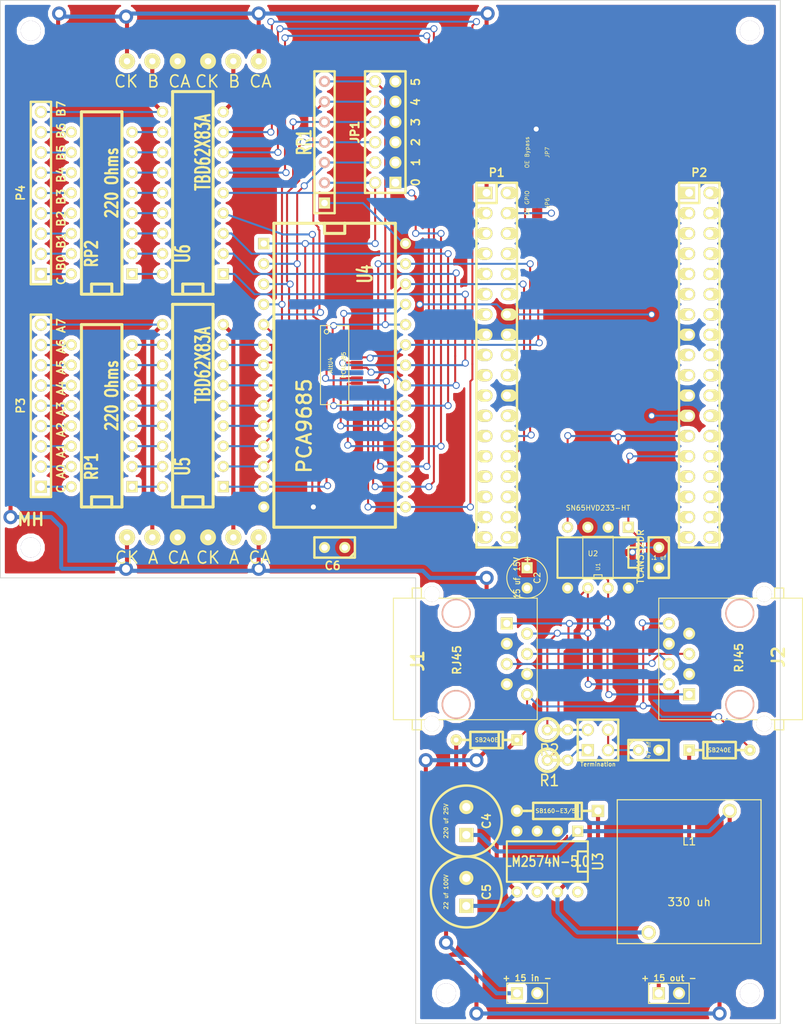
<source format=kicad_pcb>
(kicad_pcb (version 3) (host pcbnew "(22-Jun-2014 BZR 4027)-stable")
  (layers (15 F.Cu signal) (0 B.Cu signal) (18 B.Paste user) (19 F.Paste user) (20 B.SilkS user) (21 F.SilkS user) (22 B.Mask user) (23 F.Mask user) (28 Edge.Cuts user))
  (net 0 "")
  (net 1 +3.3V)
  (net 2 +5V)
  (net 3 /CAN1_RX)
  (net 4 /CAN1_TX)
  (net 5 /CANH)
  (net 6 /CANL)
  (net 7 "/PCA9685 Driver/OE")
  (net 8 "/PCA9685 Driver/SCL")
  (net 9 "/PCA9685 Driver/SDA")
  (net 10 "/Power Supply/12-15 Volt input")
  (net 11 GND)
  (net 12 N-0000010)
  (net 13 N-00000100)
  (net 14 N-00000101)
  (net 15 N-00000102)
  (net 16 N-00000103)
  (net 17 N-00000104)
  (net 18 N-00000105)
  (net 19 N-00000106)
  (net 20 N-00000107)
  (net 21 N-00000108)
  (net 22 N-00000109)
  (net 23 N-00000110)
  (net 24 N-00000111)
  (net 25 N-00000112)
  (net 26 N-00000113)
  (net 27 N-00000114)
  (net 28 N-00000115)
  (net 29 N-00000116)
  (net 30 N-00000117)
  (net 31 N-00000118)
  (net 32 N-00000119)
  (net 33 N-00000120)
  (net 34 N-00000121)
  (net 35 N-00000122)
  (net 36 N-00000123)
  (net 37 N-00000124)
  (net 38 N-00000125)
  (net 39 N-00000126)
  (net 40 N-00000127)
  (net 41 N-00000128)
  (net 42 N-00000129)
  (net 43 N-00000130)
  (net 44 N-00000135)
  (net 45 N-00000139)
  (net 46 N-00000141)
  (net 47 N-00000149)
  (net 48 N-00000150)
  (net 49 N-00000151)
  (net 50 N-00000152)
  (net 51 N-00000153)
  (net 52 N-00000154)
  (net 53 N-00000157)
  (net 54 N-00000162)
  (net 55 N-00000168)
  (net 56 N-000002)
  (net 57 N-000003)
  (net 58 N-0000073)
  (net 59 N-0000074)
  (net 60 N-000008)
  (net 61 N-0000082)
  (net 62 N-0000083)
  (net 63 N-0000084)
  (net 64 N-0000085)
  (net 65 N-0000086)
  (net 66 N-0000087)
  (net 67 N-0000088)
  (net 68 N-0000089)
  (net 69 N-000009)
  (net 70 N-0000090)
  (net 71 N-0000091)
  (net 72 N-0000092)
  (net 73 N-0000093)
  (net 74 N-0000094)
  (net 75 N-0000095)
  (net 76 N-0000096)
  (net 77 N-0000097)
  (net 78 N-0000098)
  (net 79 N-0000099)
  (module pin_socket_18x2 (layer F.Cu) (at 128.27 102.87 270)
    (fp_text reference P1 (at -24.13 0 360) (layer F.SilkS) (effects (font (size 1.016 1.016) (thickness 0.2032))))
    (fp_text value POCKETBEAGLE-P1 hide)
    (pad 1 thru_hole rect (at -21.59 1.27 270) (size 1.524 1.99898) (drill 1.00076 (offset 0 0.24892)) (layers *.Cu *.Mask F.SilkS) (net 2 +5V))
    (pad 2 thru_hole oval (at -21.59 -1.27 270) (size 1.524 1.99898) (drill 1.00076 (offset 0 -0.24892)) (layers *.Cu *.Mask F.SilkS))
    (pad 3 thru_hole oval (at -19.05 1.27 270) (size 1.524 1.99898) (drill 1.00076 (offset 0 0.24892)) (layers *.Cu *.Mask F.SilkS))
    (pad 4 thru_hole oval (at -19.05 -1.27 270) (size 1.524 1.99898) (drill 1.00076 (offset 0 -0.24892)) (layers *.Cu *.Mask F.SilkS) (net 7 "/PCA9685 Driver/OE"))
    (pad 5 thru_hole oval (at -16.51 1.27 270) (size 1.524 1.99898) (drill 1.00076 (offset 0 0.24892)) (layers *.Cu *.Mask F.SilkS))
    (pad 6 thru_hole oval (at -16.51 -1.27 270) (size 1.524 1.99898) (drill 1.00076 (offset 0 -0.24892)) (layers *.Cu *.Mask F.SilkS))
    (pad 7 thru_hole oval (at -13.97 1.27 270) (size 1.524 1.99898) (drill 1.00076 (offset 0 0.24892)) (layers *.Cu *.Mask F.SilkS))
    (pad 8 thru_hole oval (at -13.97 -1.27 270) (size 1.524 1.99898) (drill 1.00076 (offset 0 -0.24892)) (layers *.Cu *.Mask F.SilkS))
    (pad 9 thru_hole oval (at -11.43 1.27 270) (size 1.524 1.99898) (drill 1.00076 (offset 0 0.24892)) (layers *.Cu *.Mask F.SilkS))
    (pad 10 thru_hole oval (at -11.43 -1.27 270) (size 1.524 1.99898) (drill 1.00076 (offset 0 -0.24892)) (layers *.Cu *.Mask F.SilkS))
    (pad 11 thru_hole oval (at -8.89 1.27 270) (size 1.524 1.99898) (drill 1.00076 (offset 0 0.24892)) (layers *.Cu *.Mask F.SilkS))
    (pad 12 thru_hole oval (at -8.89 -1.27 270) (size 1.524 1.99898) (drill 1.00076 (offset 0 -0.24892)) (layers *.Cu *.Mask F.SilkS))
    (pad 13 thru_hole oval (at -6.35 1.27 270) (size 1.524 1.99898) (drill 1.00076 (offset 0 0.24892)) (layers *.Cu *.Mask F.SilkS))
    (pad 14 thru_hole oval (at -6.35 -1.27 270) (size 1.524 1.99898) (drill 1.00076 (offset 0 -0.24892)) (layers *.Cu *.Mask F.SilkS) (net 1 +3.3V))
    (pad 15 thru_hole oval (at -3.81 1.27 270) (size 1.524 1.99898) (drill 1.00076 (offset 0 0.24892)) (layers *.Cu *.Mask F.SilkS) (net 11 GND))
    (pad 16 thru_hole oval (at -3.81 -1.27 270) (size 1.524 1.99898) (drill 1.00076 (offset 0 -0.24892)) (layers *.Cu *.Mask F.SilkS) (net 11 GND))
    (pad 17 thru_hole oval (at -1.27 1.27 270) (size 1.524 1.99898) (drill 1.00076 (offset 0 0.24892)) (layers *.Cu *.Mask F.SilkS))
    (pad 18 thru_hole oval (at -1.27 -1.27 270) (size 1.524 1.99898) (drill 1.00076 (offset 0 -0.24892)) (layers *.Cu *.Mask F.SilkS))
    (pad 19 thru_hole oval (at 1.27 1.27 270) (size 1.524 1.99898) (drill 1.00076 (offset 0 0.24892)) (layers *.Cu *.Mask F.SilkS))
    (pad 20 thru_hole oval (at 1.27 -1.27 270) (size 1.524 1.99898) (drill 1.00076 (offset 0 -0.24892)) (layers *.Cu *.Mask F.SilkS))
    (pad 21 thru_hole oval (at 3.81 1.27 270) (size 1.524 1.99898) (drill 1.00076 (offset 0 0.24892)) (layers *.Cu *.Mask F.SilkS))
    (pad 22 thru_hole oval (at 3.81 -1.27 270) (size 1.524 1.99898) (drill 1.00076 (offset 0 -0.24892)) (layers *.Cu *.Mask F.SilkS) (net 11 GND))
    (pad 23 thru_hole oval (at 6.35 1.27 270) (size 1.524 1.99898) (drill 1.00076 (offset 0 0.24892)) (layers *.Cu *.Mask F.SilkS))
    (pad 24 thru_hole oval (at 6.35 -1.27 270) (size 1.524 1.99898) (drill 1.00076 (offset 0 -0.24892)) (layers *.Cu *.Mask F.SilkS))
    (pad 25 thru_hole oval (at 8.89 1.27 270) (size 1.524 1.99898) (drill 1.00076 (offset 0 0.24892)) (layers *.Cu *.Mask F.SilkS))
    (pad 26 thru_hole oval (at 8.89 -1.27 270) (size 1.524 1.99898) (drill 1.00076 (offset 0 -0.24892)) (layers *.Cu *.Mask F.SilkS) (net 9 "/PCA9685 Driver/SDA"))
    (pad 27 thru_hole oval (at 11.43 1.27 270) (size 1.524 1.99898) (drill 1.00076 (offset 0 0.24892)) (layers *.Cu *.Mask F.SilkS))
    (pad 28 thru_hole oval (at 11.43 -1.27 270) (size 1.524 1.99898) (drill 1.00076 (offset 0 -0.24892)) (layers *.Cu *.Mask F.SilkS) (net 8 "/PCA9685 Driver/SCL"))
    (pad 29 thru_hole oval (at 13.97 1.27 270) (size 1.524 1.99898) (drill 1.00076 (offset 0 0.24892)) (layers *.Cu *.Mask F.SilkS))
    (pad 30 thru_hole oval (at 13.97 -1.27 270) (size 1.524 1.99898) (drill 1.00076 (offset 0 -0.24892)) (layers *.Cu *.Mask F.SilkS))
    (pad 31 thru_hole oval (at 16.51 1.27 270) (size 1.524 1.99898) (drill 1.00076 (offset 0 0.24892)) (layers *.Cu *.Mask F.SilkS))
    (pad 32 thru_hole oval (at 16.51 -1.27 270) (size 1.524 1.99898) (drill 1.00076 (offset 0 -0.24892)) (layers *.Cu *.Mask F.SilkS))
    (pad 33 thru_hole oval (at 19.05 1.27 270) (size 1.524 1.99898) (drill 1.00076 (offset 0 0.24892)) (layers *.Cu *.Mask F.SilkS))
    (pad 34 thru_hole oval (at 19.05 -1.27 270) (size 1.524 1.99898) (drill 1.00076 (offset 0 -0.24892)) (layers *.Cu *.Mask F.SilkS))
    (pad 35 thru_hole oval (at 21.59 1.27 270) (size 1.524 1.99898) (drill 1.00076 (offset 0 0.24892)) (layers *.Cu *.Mask F.SilkS))
    (pad 36 thru_hole oval (at 21.59 -1.27 270) (size 1.524 1.99898) (drill 1.00076 (offset 0 -0.24892)) (layers *.Cu *.Mask F.SilkS))
  )
  (module pin_socket_18x2 (layer F.Cu) (at 153.67 102.87 270)
    (fp_text reference P2 (at -24.13 0 360) (layer F.SilkS) (effects (font (size 1.016 1.016) (thickness 0.2032))))
    (fp_text value POCKETBEAGLE-P2 hide)
    (pad 1 thru_hole rect (at -21.59 1.27 270) (size 1.524 1.99898) (drill 1.00076 (offset 0 0.24892)) (layers *.Cu *.Mask F.SilkS))
    (pad 2 thru_hole oval (at -21.59 -1.27 270) (size 1.524 1.99898) (drill 1.00076 (offset 0 -0.24892)) (layers *.Cu *.Mask F.SilkS))
    (pad 3 thru_hole oval (at -19.05 1.27 270) (size 1.524 1.99898) (drill 1.00076 (offset 0 0.24892)) (layers *.Cu *.Mask F.SilkS))
    (pad 4 thru_hole oval (at -19.05 -1.27 270) (size 1.524 1.99898) (drill 1.00076 (offset 0 -0.24892)) (layers *.Cu *.Mask F.SilkS))
    (pad 5 thru_hole oval (at -16.51 1.27 270) (size 1.524 1.99898) (drill 1.00076 (offset 0 0.24892)) (layers *.Cu *.Mask F.SilkS))
    (pad 6 thru_hole oval (at -16.51 -1.27 270) (size 1.524 1.99898) (drill 1.00076 (offset 0 -0.24892)) (layers *.Cu *.Mask F.SilkS))
    (pad 7 thru_hole oval (at -13.97 1.27 270) (size 1.524 1.99898) (drill 1.00076 (offset 0 0.24892)) (layers *.Cu *.Mask F.SilkS))
    (pad 8 thru_hole oval (at -13.97 -1.27 270) (size 1.524 1.99898) (drill 1.00076 (offset 0 -0.24892)) (layers *.Cu *.Mask F.SilkS))
    (pad 9 thru_hole oval (at -11.43 1.27 270) (size 1.524 1.99898) (drill 1.00076 (offset 0 0.24892)) (layers *.Cu *.Mask F.SilkS))
    (pad 10 thru_hole oval (at -11.43 -1.27 270) (size 1.524 1.99898) (drill 1.00076 (offset 0 -0.24892)) (layers *.Cu *.Mask F.SilkS))
    (pad 11 thru_hole oval (at -8.89 1.27 270) (size 1.524 1.99898) (drill 1.00076 (offset 0 0.24892)) (layers *.Cu *.Mask F.SilkS))
    (pad 12 thru_hole oval (at -8.89 -1.27 270) (size 1.524 1.99898) (drill 1.00076 (offset 0 -0.24892)) (layers *.Cu *.Mask F.SilkS))
    (pad 13 thru_hole oval (at -6.35 1.27 270) (size 1.524 1.99898) (drill 1.00076 (offset 0 0.24892)) (layers *.Cu *.Mask F.SilkS))
    (pad 14 thru_hole oval (at -6.35 -1.27 270) (size 1.524 1.99898) (drill 1.00076 (offset 0 -0.24892)) (layers *.Cu *.Mask F.SilkS))
    (pad 15 thru_hole oval (at -3.81 1.27 270) (size 1.524 1.99898) (drill 1.00076 (offset 0 0.24892)) (layers *.Cu *.Mask F.SilkS) (net 11 GND))
    (pad 16 thru_hole oval (at -3.81 -1.27 270) (size 1.524 1.99898) (drill 1.00076 (offset 0 -0.24892)) (layers *.Cu *.Mask F.SilkS))
    (pad 17 thru_hole oval (at -1.27 1.27 270) (size 1.524 1.99898) (drill 1.00076 (offset 0 0.24892)) (layers *.Cu *.Mask F.SilkS))
    (pad 18 thru_hole oval (at -1.27 -1.27 270) (size 1.524 1.99898) (drill 1.00076 (offset 0 -0.24892)) (layers *.Cu *.Mask F.SilkS))
    (pad 19 thru_hole oval (at 1.27 1.27 270) (size 1.524 1.99898) (drill 1.00076 (offset 0 0.24892)) (layers *.Cu *.Mask F.SilkS))
    (pad 20 thru_hole oval (at 1.27 -1.27 270) (size 1.524 1.99898) (drill 1.00076 (offset 0 -0.24892)) (layers *.Cu *.Mask F.SilkS))
    (pad 21 thru_hole oval (at 3.81 1.27 270) (size 1.524 1.99898) (drill 1.00076 (offset 0 0.24892)) (layers *.Cu *.Mask F.SilkS) (net 11 GND))
    (pad 22 thru_hole oval (at 3.81 -1.27 270) (size 1.524 1.99898) (drill 1.00076 (offset 0 -0.24892)) (layers *.Cu *.Mask F.SilkS))
    (pad 23 thru_hole oval (at 6.35 1.27 270) (size 1.524 1.99898) (drill 1.00076 (offset 0 0.24892)) (layers *.Cu *.Mask F.SilkS) (net 1 +3.3V))
    (pad 24 thru_hole oval (at 6.35 -1.27 270) (size 1.524 1.99898) (drill 1.00076 (offset 0 -0.24892)) (layers *.Cu *.Mask F.SilkS))
    (pad 25 thru_hole oval (at 8.89 1.27 270) (size 1.524 1.99898) (drill 1.00076 (offset 0 0.24892)) (layers *.Cu *.Mask F.SilkS) (net 3 /CAN1_RX))
    (pad 26 thru_hole oval (at 8.89 -1.27 270) (size 1.524 1.99898) (drill 1.00076 (offset 0 -0.24892)) (layers *.Cu *.Mask F.SilkS))
    (pad 27 thru_hole oval (at 11.43 1.27 270) (size 1.524 1.99898) (drill 1.00076 (offset 0 0.24892)) (layers *.Cu *.Mask F.SilkS) (net 4 /CAN1_TX))
    (pad 28 thru_hole oval (at 11.43 -1.27 270) (size 1.524 1.99898) (drill 1.00076 (offset 0 -0.24892)) (layers *.Cu *.Mask F.SilkS))
    (pad 29 thru_hole oval (at 13.97 1.27 270) (size 1.524 1.99898) (drill 1.00076 (offset 0 0.24892)) (layers *.Cu *.Mask F.SilkS))
    (pad 30 thru_hole oval (at 13.97 -1.27 270) (size 1.524 1.99898) (drill 1.00076 (offset 0 -0.24892)) (layers *.Cu *.Mask F.SilkS))
    (pad 31 thru_hole oval (at 16.51 1.27 270) (size 1.524 1.99898) (drill 1.00076 (offset 0 0.24892)) (layers *.Cu *.Mask F.SilkS))
    (pad 32 thru_hole oval (at 16.51 -1.27 270) (size 1.524 1.99898) (drill 1.00076 (offset 0 -0.24892)) (layers *.Cu *.Mask F.SilkS))
    (pad 33 thru_hole oval (at 19.05 1.27 270) (size 1.524 1.99898) (drill 1.00076 (offset 0 0.24892)) (layers *.Cu *.Mask F.SilkS))
    (pad 34 thru_hole oval (at 19.05 -1.27 270) (size 1.524 1.99898) (drill 1.00076 (offset 0 -0.24892)) (layers *.Cu *.Mask F.SilkS))
    (pad 35 thru_hole oval (at 21.59 1.27 270) (size 1.524 1.99898) (drill 1.00076 (offset 0 0.24892)) (layers *.Cu *.Mask F.SilkS))
    (pad 36 thru_hole oval (at 21.59 -1.27 270) (size 1.524 1.99898) (drill 1.00076 (offset 0 -0.24892)) (layers *.Cu *.Mask F.SilkS))
  )
  (module SOIC-8_N (layer F.Cu) (at 140.97 127 90)
    (fp_text reference U1 (at -1.143 0 90) (layer F.SilkS) (effects (font (size 0.5 0.5) (thickness 0.075))))
    (fp_text value TCAN332DR (at 0.127 5.334 90) (layer F.SilkS) (effects (font (size 0.8 0.8))))
    (pad 8 smd rect (at -1.875 -2.7 90) (size 0.6 1.6) (layers F.Cu F.Paste F.Mask))
    (pad 1 smd rect (at -1.875 2.7 90) (size 0.6 1.6) (layers F.Cu F.Paste F.Mask) (net 4 /CAN1_TX))
    (pad 7 smd rect (at -0.625 -2.7 90) (size 0.6 1.6) (layers F.Cu F.Paste F.Mask) (net 5 /CANH))
    (pad 6 smd rect (at 0.625 -2.7 90) (size 0.6 1.6) (layers F.Cu F.Paste F.Mask) (net 6 /CANL))
    (pad 5 smd rect (at 1.875 -2.7 90) (size 0.6 1.6) (layers F.Cu F.Paste F.Mask))
    (pad 2 smd rect (at -0.625 2.7 90) (size 0.6 1.6) (layers F.Cu F.Paste F.Mask) (net 11 GND))
    (pad 3 smd rect (at 0.625 2.7 90) (size 0.6 1.6) (layers F.Cu F.Paste F.Mask) (net 1 +3.3V))
    (pad 4 smd rect (at 1.875 2.7 90) (size 0.6 1.6) (layers F.Cu F.Paste F.Mask) (net 3 /CAN1_RX))
  )
  (module ScrewTerm2.54-2 (layer F.Cu) (at 132.08 181.61)
    (fp_text reference T1 hide)
    (fp_text value "+ 15 in -" (at 0 -1.905) (layer F.SilkS) (effects (font (size 0.762 0.762) (thickness 0.1524))))
    (pad 1 thru_hole rect (at -1.27 0 90) (size 1.524 1.524) (drill 1.016) (layers *.Cu *.Mask F.SilkS) (net 59 N-0000074))
    (pad 2 thru_hole circle (at 1.27 0 90) (size 1.524 1.524) (drill 1.016) (layers *.Cu *.Mask F.SilkS) (net 11 GND))
  )
  (module ScrewTerm2.54-2 (layer F.Cu) (at 149.86 181.61)
    (fp_text reference T2 hide)
    (fp_text value "+ 15 out -" (at 0 -1.905) (layer F.SilkS) (effects (font (size 0.762 0.762) (thickness 0.1524))))
    (pad 1 thru_hole rect (at -1.27 0 90) (size 1.524 1.524) (drill 1.016) (layers *.Cu *.Mask F.SilkS) (net 58 N-0000073))
    (pad 2 thru_hole circle (at 1.27 0 90) (size 1.524 1.524) (drill 1.016) (layers *.Cu *.Mask F.SilkS) (net 11 GND))
  )
  (module RJ45_8N-S (layer F.Cu) (at 123.19 139.7 270)
    (fp_text reference J1 (at 0.254 4.826 270) (layer F.SilkS) (effects (font (size 1.524 1.524) (thickness 0.3048))))
    (fp_text value RJ45 (at 0.14224 -0.1016 270) (layer F.SilkS) (effects (font (size 1.00076 1.00076) (thickness 0.2032))))
    (pad "" np_thru_hole circle (at 5.715 0 270) (size 3.64998 3.64998) (drill 3.2512) (layers *.Cu *.SilkS *.Mask))
    (pad "" np_thru_hole circle (at -5.715 0 270) (size 3.64998 3.64998) (drill 3.2512) (layers *.Cu *.SilkS *.Mask))
    (pad 1 thru_hole rect (at -4.445 -6.35 270) (size 1.50114 1.50114) (drill 0.89916) (layers *.Cu *.Mask F.SilkS) (net 5 /CANH))
    (pad 2 thru_hole circle (at -3.175 -8.89 270) (size 1.50114 1.50114) (drill 0.89916) (layers *.Cu *.Mask F.SilkS) (net 6 /CANL))
    (pad 3 thru_hole circle (at -1.905 -6.35 270) (size 1.50114 1.50114) (drill 0.89916) (layers *.Cu *.Mask F.SilkS) (net 11 GND))
    (pad 4 thru_hole circle (at -0.635 -8.89 270) (size 1.50114 1.50114) (drill 0.89916) (layers *.Cu *.Mask F.SilkS) (net 57 N-000003))
    (pad 5 thru_hole circle (at 0.635 -6.35 270) (size 1.50114 1.50114) (drill 0.89916) (layers *.Cu *.Mask F.SilkS) (net 56 N-000002))
    (pad 6 thru_hole circle (at 1.905 -8.89 270) (size 1.50114 1.50114) (drill 0.89916) (layers *.Cu *.Mask F.SilkS) (net 11 GND))
    (pad 7 thru_hole circle (at 3.175 -6.35 270) (size 1.50114 1.50114) (drill 0.89916) (layers *.Cu *.Mask F.SilkS) (net 11 GND))
    (pad 8 thru_hole circle (at 4.445 -8.89 270) (size 1.50114 1.50114) (drill 0.89916) (layers *.Cu *.Mask F.SilkS) (net 10 "/Power Supply/12-15 Volt input"))
    (pad "" thru_hole circle (at -8.128 3.048 270) (size 1.9304 1.9304) (drill 1.9304) (layers *.Cu *.Mask F.SilkS))
    (pad "" thru_hole circle (at 8.128 3.048 270) (size 1.9304 1.9304) (drill 1.9304) (layers *.Cu *.Mask F.SilkS))
  )
  (module RJ45_8N-S (layer F.Cu) (at 158.75 139.7 90)
    (fp_text reference J2 (at 0.254 4.826 90) (layer F.SilkS) (effects (font (size 1.524 1.524) (thickness 0.3048))))
    (fp_text value RJ45 (at 0.14224 -0.1016 90) (layer F.SilkS) (effects (font (size 1.00076 1.00076) (thickness 0.2032))))
    (pad "" np_thru_hole circle (at 5.715 0 90) (size 3.64998 3.64998) (drill 3.2512) (layers *.Cu *.SilkS *.Mask))
    (pad "" np_thru_hole circle (at -5.715 0 90) (size 3.64998 3.64998) (drill 3.2512) (layers *.Cu *.SilkS *.Mask))
    (pad 1 thru_hole rect (at -4.445 -6.35 90) (size 1.50114 1.50114) (drill 0.89916) (layers *.Cu *.Mask F.SilkS) (net 5 /CANH))
    (pad 2 thru_hole circle (at -3.175 -8.89 90) (size 1.50114 1.50114) (drill 0.89916) (layers *.Cu *.Mask F.SilkS) (net 6 /CANL))
    (pad 3 thru_hole circle (at -1.905 -6.35 90) (size 1.50114 1.50114) (drill 0.89916) (layers *.Cu *.Mask F.SilkS) (net 11 GND))
    (pad 4 thru_hole circle (at -0.635 -8.89 90) (size 1.50114 1.50114) (drill 0.89916) (layers *.Cu *.Mask F.SilkS) (net 57 N-000003))
    (pad 5 thru_hole circle (at 0.635 -6.35 90) (size 1.50114 1.50114) (drill 0.89916) (layers *.Cu *.Mask F.SilkS) (net 56 N-000002))
    (pad 6 thru_hole circle (at 1.905 -8.89 90) (size 1.50114 1.50114) (drill 0.89916) (layers *.Cu *.Mask F.SilkS) (net 11 GND))
    (pad 7 thru_hole circle (at 3.175 -6.35 90) (size 1.50114 1.50114) (drill 0.89916) (layers *.Cu *.Mask F.SilkS) (net 11 GND))
    (pad 8 thru_hole circle (at 4.445 -8.89 90) (size 1.50114 1.50114) (drill 0.89916) (layers *.Cu *.Mask F.SilkS) (net 10 "/Power Supply/12-15 Volt input"))
    (pad "" thru_hole circle (at -8.128 3.048 90) (size 1.9304 1.9304) (drill 1.9304) (layers *.Cu *.Mask F.SilkS))
    (pad "" thru_hole circle (at 8.128 3.048 90) (size 1.9304 1.9304) (drill 1.9304) (layers *.Cu *.Mask F.SilkS))
  )
  (module R1 (layer F.Cu) (at 135.89 152.4)
    (fp_text reference R1 (at -1.016 2.54) (layer F.SilkS) (effects (font (size 1.397 1.27) (thickness 0.2032))))
    (fp_text value "60 Ohms" hide)
    (pad 1 thru_hole circle (at -1.27 0) (size 1.397 1.397) (drill 0.8128) (layers *.Cu *.Mask F.SilkS) (net 5 /CANH))
    (pad 2 thru_hole circle (at 1.27 0) (size 1.397 1.397) (drill 0.8128) (layers *.Cu *.Mask F.SilkS) (net 69 N-000009))
  )
  (module R1 (layer F.Cu) (at 135.89 148.59)
    (fp_text reference R2 (at -1.016 2.54) (layer F.SilkS) (effects (font (size 1.397 1.27) (thickness 0.2032))))
    (fp_text value "60 Ohms" hide)
    (pad 1 thru_hole circle (at -1.27 0) (size 1.397 1.397) (drill 0.8128) (layers *.Cu *.Mask F.SilkS) (net 6 /CANL))
    (pad 2 thru_hole circle (at 1.27 0) (size 1.397 1.397) (drill 0.8128) (layers *.Cu *.Mask F.SilkS) (net 12 N-0000010))
  )
  (module PIN_ARRAY_2X2 (layer F.Cu) (at 140.97 149.86)
    (fp_text reference JMP1 hide)
    (fp_text value Termination (at 0 3.048) (layer F.SilkS) (effects (font (size 0.508 0.508) (thickness 0.1016))))
    (pad 1 thru_hole rect (at -1.27 1.27) (size 1.524 1.524) (drill 1.016) (layers *.Cu *.Mask F.SilkS) (net 69 N-000009))
    (pad 2 thru_hole circle (at -1.27 -1.27) (size 1.524 1.524) (drill 1.016) (layers *.Cu *.Mask F.SilkS) (net 12 N-0000010))
    (pad 3 thru_hole circle (at 1.27 1.27) (size 1.524 1.524) (drill 1.016) (layers *.Cu *.Mask F.SilkS) (net 60 N-000008))
    (pad 4 thru_hole circle (at 1.27 -1.27) (size 1.524 1.524) (drill 1.016) (layers *.Cu *.Mask F.SilkS) (net 60 N-000008))
  )
  (module DO-35 (layer F.Cu) (at 127 149.86)
    (fp_text reference D1 hide)
    (fp_text value SB240E (at 0 0) (layer F.SilkS) (effects (font (size 0.508 0.508) (thickness 0.1016))))
    (pad 2 thru_hole rect (at 3.81 0) (size 1.4224 1.4224) (drill 0.6096) (layers *.Cu *.Mask F.SilkS) (net 10 "/Power Supply/12-15 Volt input"))
    (pad 1 thru_hole circle (at -3.81 0) (size 1.4224 1.4224) (drill 0.6096) (layers *.Cu *.Mask F.SilkS) (net 59 N-0000074))
  )
  (module DIP-8__300 (layer F.Cu) (at 140.97 127 180)
    (fp_text reference U2 (at 0.635 0.508 180) (layer F.SilkS) (effects (font (size 0.635 0.635) (thickness 0.1016))))
    (fp_text value SN65HVD233-HT (at 0 6.223 180) (layer F.SilkS) (effects (font (size 0.635 0.635) (thickness 0.1016))))
    (pad 1 thru_hole rect (at -3.81 3.81 180) (size 1.397 1.397) (drill 0.8128) (layers *.Cu *.Mask F.SilkS) (net 4 /CAN1_TX))
    (pad 2 thru_hole circle (at -1.27 3.81 180) (size 1.397 1.397) (drill 0.8128) (layers *.Cu *.Mask F.SilkS) (net 11 GND))
    (pad 3 thru_hole circle (at 1.27 3.81 180) (size 1.397 1.397) (drill 0.8128) (layers *.Cu *.Mask F.SilkS) (net 1 +3.3V))
    (pad 4 thru_hole circle (at 3.81 3.81 180) (size 1.397 1.397) (drill 0.8128) (layers *.Cu *.Mask F.SilkS) (net 3 /CAN1_RX))
    (pad 5 thru_hole circle (at 3.81 -3.81 180) (size 1.397 1.397) (drill 0.8128) (layers *.Cu *.Mask F.SilkS) (net 11 GND))
    (pad 6 thru_hole circle (at 1.27 -3.81 180) (size 1.397 1.397) (drill 0.8128) (layers *.Cu *.Mask F.SilkS) (net 6 /CANL))
    (pad 7 thru_hole circle (at -1.27 -3.81 180) (size 1.397 1.397) (drill 0.8128) (layers *.Cu *.Mask F.SilkS) (net 5 /CANH))
    (pad 8 thru_hole circle (at -3.81 -3.81 180) (size 1.397 1.397) (drill 0.8128) (layers *.Cu *.Mask F.SilkS) (net 11 GND))
  )
  (module C1V5 (layer F.Cu) (at 132.08 129.54 270)
    (fp_text reference C2 (at 0 -1.26746 270) (layer F.SilkS) (effects (font (size 0.762 0.762) (thickness 0.127))))
    (fp_text value "15 uf, 15V" (at 0 1.27 270) (layer F.SilkS) (effects (font (size 0.762 0.635) (thickness 0.127))))
    (fp_text user + (at -2.286 0 270) (layer F.SilkS) (effects (font (size 0.762 0.762) (thickness 0.2032))))
    (pad 1 thru_hole rect (at -1.27 0 270) (size 1.397 1.397) (drill 0.8128) (layers *.Cu *.Mask F.SilkS) (net 1 +3.3V))
    (pad 2 thru_hole circle (at 1.27 0 270) (size 1.397 1.397) (drill 0.8128) (layers *.Cu *.Mask F.SilkS) (net 11 GND))
  )
  (module C1 (layer F.Cu) (at 148.59 127 270)
    (fp_text reference C1 hide)
    (fp_text value ".1 uf" (at 0 0 360) (layer F.SilkS) (effects (font (size 0.508 0.508) (thickness 0.1016))))
    (pad 1 thru_hole circle (at -1.27 0 270) (size 1.397 1.397) (drill 0.8128) (layers *.Cu *.Mask F.SilkS) (net 1 +3.3V))
    (pad 2 thru_hole circle (at 1.27 0 270) (size 1.397 1.397) (drill 0.8128) (layers *.Cu *.Mask F.SilkS) (net 11 GND))
  )
  (module C1 (layer F.Cu) (at 147.32 151.13)
    (fp_text reference C3 hide)
    (fp_text value "47 nf" (at 0 0 90) (layer F.SilkS) (effects (font (size 0.508 0.508) (thickness 0.1016))))
    (pad 1 thru_hole circle (at -1.27 0) (size 1.397 1.397) (drill 0.8128) (layers *.Cu *.Mask F.SilkS) (net 60 N-000008))
    (pad 2 thru_hole circle (at 1.27 0) (size 1.397 1.397) (drill 0.8128) (layers *.Cu *.Mask F.SilkS) (net 11 GND))
  )
  (module DO-35 (layer F.Cu) (at 156.21 151.13 180)
    (fp_text reference D2 hide)
    (fp_text value SB240E (at 0 0 180) (layer F.SilkS) (effects (font (size 0.508 0.508) (thickness 0.1016))))
    (pad 2 thru_hole rect (at 3.81 0 180) (size 1.4224 1.4224) (drill 0.6096) (layers *.Cu *.Mask F.SilkS) (net 58 N-0000073))
    (pad 1 thru_hole circle (at -3.81 0 180) (size 1.4224 1.4224) (drill 0.6096) (layers *.Cu *.Mask F.SilkS) (net 10 "/Power Supply/12-15 Volt input"))
  )
  (module MountingHole_2-5mm_RevA_Date21Jun2010 (layer F.Cu) (at 160.02 60.96)
    (fp_text reference MH hide)
    (fp_text value MountingHole_2-5mm_RevA_Date21Jun2010 hide)
    (pad 1 thru_hole circle (at 0 0) (size 2.49936 2.49936) (drill 2.49936) (layers))
  )
  (module MountingHole_2-5mm_RevA_Date21Jun2010 (layer F.Cu) (at 69.85 60.96)
    (fp_text reference MH hide)
    (fp_text value MountingHole_2-5mm_RevA_Date21Jun2010 hide)
    (pad 1 thru_hole circle (at 0 0) (size 2.49936 2.49936) (drill 2.49936) (layers))
  )
  (module MountingHole_2-5mm_RevA_Date21Jun2010 (layer F.Cu) (at 160.02 181.61)
    (fp_text reference MH hide)
    (fp_text value MountingHole_2-5mm_RevA_Date21Jun2010 hide)
    (pad 1 thru_hole circle (at 0 0) (size 2.49936 2.49936) (drill 2.49936) (layers))
  )
  (module MountingHole_2-5mm_RevA_Date21Jun2010 (layer F.Cu) (at 121.92 181.61)
    (fp_text reference MH hide)
    (fp_text value MountingHole_2-5mm_RevA_Date21Jun2010 hide)
    (pad 1 thru_hole circle (at 0 0) (size 2.49936 2.49936) (drill 2.49936) (layers))
  )
  (module DO-41 (layer F.Cu) (at 135.89 158.75)
    (fp_text reference D3 hide)
    (fp_text value SB160-E3/54 (at 0 0) (layer F.SilkS) (effects (font (size 0.508 0.508) (thickness 0.1016))))
    (pad 2 thru_hole rect (at 5.08 0) (size 1.524 1.524) (drill 0.889) (layers *.Cu *.Mask F.SilkS) (net 61 N-0000082))
    (pad 1 thru_hole circle (at -5.08 0) (size 1.524 1.524) (drill 0.889) (layers *.Cu *.Mask F.SilkS) (net 11 GND))
  )
  (module DIP-8__300 (layer F.Cu) (at 134.62 165.1 180)
    (fp_text reference U3 (at -6.35 0 270) (layer F.SilkS) (effects (font (size 1.27 1.143) (thickness 0.2032))))
    (fp_text value LM2574N-5.0 (at 0 0 180) (layer F.SilkS) (effects (font (size 1.27 1.016) (thickness 0.2032))))
    (pad 1 thru_hole rect (at -3.81 3.81 180) (size 1.397 1.397) (drill 0.8128) (layers *.Cu *.Mask F.SilkS) (net 2 +5V))
    (pad 2 thru_hole circle (at -1.27 3.81 180) (size 1.397 1.397) (drill 0.8128) (layers *.Cu *.Mask F.SilkS) (net 11 GND))
    (pad 3 thru_hole circle (at 1.27 3.81 180) (size 1.397 1.397) (drill 0.8128) (layers *.Cu *.Mask F.SilkS) (net 11 GND))
    (pad 4 thru_hole circle (at 3.81 3.81 180) (size 1.397 1.397) (drill 0.8128) (layers *.Cu *.Mask F.SilkS) (net 11 GND))
    (pad 5 thru_hole circle (at 3.81 -3.81 180) (size 1.397 1.397) (drill 0.8128) (layers *.Cu *.Mask F.SilkS) (net 10 "/Power Supply/12-15 Volt input"))
    (pad 6 thru_hole circle (at 1.27 -3.81 180) (size 1.397 1.397) (drill 0.8128) (layers *.Cu *.Mask F.SilkS))
    (pad 7 thru_hole circle (at -1.27 -3.81 180) (size 1.397 1.397) (drill 0.8128) (layers *.Cu *.Mask F.SilkS) (net 61 N-0000082))
    (pad 8 thru_hole circle (at -3.81 -3.81 180) (size 1.397 1.397) (drill 0.8128) (layers *.Cu *.Mask F.SilkS))
  )
  (module C1-3V8 (layer F.Cu) (at 124.46 160.02 90)
    (fp_text reference C4 (at 0 2.54 90) (layer F.SilkS) (effects (font (size 1.016 1.016) (thickness 0.2032))))
    (fp_text value "220 uf 25V" (at 0 -2.54 90) (layer F.SilkS) (effects (font (size 0.508 0.508) (thickness 0.1016))))
    (pad 1 thru_hole rect (at -1.75 0 90) (size 1.778 1.778) (drill 1.016) (layers *.Cu *.Mask F.SilkS) (net 2 +5V))
    (pad 2 thru_hole circle (at 1.75 0 90) (size 1.778 1.778) (drill 1.016) (layers *.Cu *.Mask F.SilkS) (net 11 GND))
  )
  (module C1-3V8 (layer F.Cu) (at 124.46 168.91 90)
    (fp_text reference C5 (at 0 2.54 90) (layer F.SilkS) (effects (font (size 1.016 1.016) (thickness 0.2032))))
    (fp_text value "22 uf 100V" (at 0 -2.54 90) (layer F.SilkS) (effects (font (size 0.508 0.508) (thickness 0.1016))))
    (pad 1 thru_hole rect (at -1.75 0 90) (size 1.778 1.778) (drill 1.016) (layers *.Cu *.Mask F.SilkS) (net 10 "/Power Supply/12-15 Volt input"))
    (pad 2 thru_hole circle (at 1.75 0 90) (size 1.778 1.778) (drill 1.016) (layers *.Cu *.Mask F.SilkS) (net 11 GND))
  )
  (module PE-LowProfile (layer F.Cu) (at 152.4 166.37)
    (fp_text reference L1 (at 0 -3.81) (layer F.SilkS))
    (fp_text value "330 uh" (at 0 3.81) (layer F.SilkS))
    (pad 1 thru_hole circle (at 5.08 -7.62) (size 1.78 1.78) (drill 1.14) (layers *.Cu *.Mask F.SilkS) (net 2 +5V))
    (pad 2 thru_hole circle (at -5.08 7.62) (size 1.78 1.78) (drill 1.14) (layers *.Cu *.Mask F.SilkS) (net 61 N-0000082))
  )
  (module tssop-28 (layer F.Cu) (at 107.95 102.87 270)
    (fp_text reference AltU4 (at 0 0.508 270) (layer F.SilkS) (effects (font (size 0.50038 0.50038) (thickness 0.09906))))
    (fp_text value PCA9685 (at 0 -1.143 270) (layer F.SilkS) (effects (font (size 0.50038 0.50038) (thickness 0.09906))))
    (pad 7 smd rect (at -0.32512 2.79908 270) (size 0.4191 1.47066) (layers F.Cu F.Paste F.Mask) (net 36 N-00000123))
    (pad 8 smd rect (at 0.32512 2.79908 270) (size 0.4191 1.47066) (layers F.Cu F.Paste F.Mask) (net 54 N-00000162))
    (pad 9 smd rect (at 0.97536 2.79908 270) (size 0.4191 1.47066) (layers F.Cu F.Paste F.Mask) (net 48 N-00000150))
    (pad 10 smd rect (at 1.6256 2.79908 270) (size 0.4191 1.47066) (layers F.Cu F.Paste F.Mask) (net 53 N-00000157))
    (pad 25 smd rect (at -2.26568 -2.794 270) (size 0.4191 1.47066) (layers F.Cu F.Paste F.Mask) (net 33 N-00000120))
    (pad 4 smd rect (at -2.27584 2.79908 270) (size 0.4191 1.47066) (layers F.Cu F.Paste F.Mask) (net 39 N-00000126))
    (pad 5 smd rect (at -1.6256 2.79908 270) (size 0.4191 1.47066) (layers F.Cu F.Paste F.Mask) (net 38 N-00000125))
    (pad 6 smd rect (at -0.97536 2.79908 270) (size 0.4191 1.47066) (layers F.Cu F.Paste F.Mask) (net 49 N-00000151))
    (pad 18 smd rect (at 2.27584 -2.79908 270) (size 0.4191 1.47066) (layers F.Cu F.Paste F.Mask) (net 47 N-00000149))
    (pad 19 smd rect (at 1.6256 -2.79908 270) (size 0.4191 1.47066) (layers F.Cu F.Paste F.Mask) (net 44 N-00000135))
    (pad 20 smd rect (at 0.97536 -2.79908 270) (size 0.4191 1.47066) (layers F.Cu F.Paste F.Mask) (net 50 N-00000152))
    (pad 21 smd rect (at 0.32512 -2.79908 270) (size 0.4191 1.47066) (layers F.Cu F.Paste F.Mask) (net 45 N-00000139))
    (pad 22 smd rect (at -0.32512 -2.79908 270) (size 0.4191 1.47066) (layers F.Cu F.Paste F.Mask) (net 46 N-00000141))
    (pad 23 smd rect (at -0.97536 -2.79908 270) (size 0.4191 1.47066) (layers F.Cu F.Paste F.Mask) (net 32 N-00000119))
    (pad 11 smd rect (at 2.27584 2.79908 270) (size 0.4191 1.47066) (layers F.Cu F.Paste F.Mask) (net 51 N-00000153))
    (pad 24 smd rect (at -1.6256 -2.794 270) (size 0.4191 1.47066) (layers F.Cu F.Paste F.Mask) (net 37 N-00000124))
    (pad 3 smd rect (at -2.92608 2.79908 270) (size 0.4191 1.47066) (layers F.Cu F.Paste F.Mask) (net 40 N-00000127))
    (pad 12 smd rect (at 2.92608 2.79908 270) (size 0.4191 1.47066) (layers F.Cu F.Paste F.Mask) (net 55 N-00000168))
    (pad 17 smd rect (at 2.92608 -2.79908 270) (size 0.4191 1.47066) (layers F.Cu F.Paste F.Mask) (net 43 N-00000130))
    (pad 26 smd rect (at -2.92608 -2.79908 270) (size 0.4191 1.47066) (layers F.Cu F.Paste F.Mask) (net 8 "/PCA9685 Driver/SCL"))
    (pad 2 smd rect (at -3.57378 2.79908 270) (size 0.4191 1.47066) (layers F.Cu F.Paste F.Mask) (net 35 N-00000122))
    (pad 13 smd rect (at 3.57378 2.79908 270) (size 0.4191 1.47066) (layers F.Cu F.Paste F.Mask) (net 52 N-00000154))
    (pad 16 smd rect (at 3.57378 -2.79908 270) (size 0.4191 1.47066) (layers F.Cu F.Paste F.Mask) (net 42 N-00000129))
    (pad 27 smd rect (at -3.57378 -2.79908 270) (size 0.4191 1.47066) (layers F.Cu F.Paste F.Mask) (net 9 "/PCA9685 Driver/SDA"))
    (pad 1 smd rect (at -4.22402 2.79908 270) (size 0.4191 1.47066) (layers F.Cu F.Paste F.Mask) (net 34 N-00000121))
    (pad 14 smd rect (at 4.22402 2.79908 270) (size 0.4191 1.47066) (layers F.Cu F.Paste F.Mask) (net 11 GND))
    (pad 15 smd rect (at 4.22402 -2.79908 270) (size 0.4191 1.47066) (layers F.Cu F.Paste F.Mask) (net 41 N-00000128))
    (pad 28 smd rect (at -4.22402 -2.79908 270) (size 0.4191 1.47066) (layers F.Cu F.Paste F.Mask) (net 1 +3.3V))
  )
  (module SIL-7 (layer F.Cu) (at 106.68 74.93 90)
    (fp_text reference RR1 (at 0 -2.54 90) (layer F.SilkS) (effects (font (size 1.72974 1.08712) (thickness 0.3048))))
    (fp_text value "10K Ohms" hide)
    (pad 1 thru_hole rect (at -7.62 0 90) (size 1.397 1.397) (drill 0.8128) (layers *.Cu *.Mask F.SilkS) (net 1 +3.3V))
    (pad 2 thru_hole circle (at -5.08 0 90) (size 1.397 1.397) (drill 0.8128) (layers *.Cu *.SilkS *.Mask) (net 34 N-00000121))
    (pad 3 thru_hole circle (at -2.54 0 90) (size 1.397 1.397) (drill 0.8128) (layers *.Cu *.SilkS *.Mask) (net 35 N-00000122))
    (pad 4 thru_hole circle (at 0 0 90) (size 1.397 1.397) (drill 0.8128) (layers *.Cu *.SilkS *.Mask) (net 40 N-00000127))
    (pad 5 thru_hole circle (at 2.54 0 90) (size 1.397 1.397) (drill 0.8128) (layers *.Cu *.SilkS *.Mask) (net 39 N-00000126))
    (pad 6 thru_hole circle (at 5.08 0 90) (size 1.397 1.397) (drill 0.8128) (layers *.Cu *.SilkS *.Mask) (net 38 N-00000125))
    (pad 7 thru_hole circle (at 7.62 0 90) (size 1.397 1.397) (drill 0.8128) (layers *.Cu *.SilkS *.Mask) (net 37 N-00000124))
  )
  (module ScrewTerm_2.54-9 (layer F.Cu) (at 71.12 107.95 90)
    (fp_text reference P3 (at 0 -2.54 90) (layer F.SilkS) (effects (font (size 1.016 1.016) (thickness 0.2032))))
    (fp_text value "C A0 A1 A2 A3 A4 A5 A6 A7" (at 0 2.54 90) (layer F.SilkS) (effects (font (size 1.016 1.016) (thickness 0.2032))))
    (pad 1 thru_hole rect (at -10.18 0 90) (size 1.524 1.524) (drill 1.016) (layers *.Cu *.Mask F.SilkS) (net 17 N-00000104))
    (pad 2 thru_hole circle (at -7.64 0 90) (size 1.524 1.524) (drill 1.016) (layers *.Cu *.Mask F.SilkS) (net 18 N-00000105))
    (pad 3 thru_hole circle (at -5.1 0 90) (size 1.524 1.524) (drill 1.016) (layers *.Cu *.Mask F.SilkS) (net 19 N-00000106))
    (pad 4 thru_hole circle (at -2.56 0 90) (size 1.524 1.524) (drill 1.016) (layers *.Cu *.Mask F.SilkS) (net 20 N-00000107))
    (pad 5 thru_hole circle (at -0.02 0 90) (size 1.524 1.524) (drill 1.016) (layers *.Cu *.Mask F.SilkS) (net 21 N-00000108))
    (pad 6 thru_hole circle (at 2.52 0 90) (size 1.524 1.524) (drill 1.016) (layers *.Cu *.Mask F.SilkS) (net 22 N-00000109))
    (pad 7 thru_hole circle (at 5.06 0 90) (size 1.524 1.524) (drill 1.016) (layers *.Cu *.Mask F.SilkS) (net 23 N-00000110))
    (pad 8 thru_hole circle (at 7.6 0 90) (size 1.524 1.524) (drill 1.016) (layers *.Cu *.Mask F.SilkS) (net 24 N-00000111))
    (pad 9 thru_hole circle (at 10.14 0 90) (size 1.524 1.524) (drill 1.016) (layers *.Cu *.Mask F.SilkS) (net 77 N-0000097))
  )
  (module ScrewTerm_2.54-9 (layer F.Cu) (at 71.12 81.28 90)
    (fp_text reference P4 (at 0 -2.54 90) (layer F.SilkS) (effects (font (size 1.016 1.016) (thickness 0.2032))))
    (fp_text value "C B0 B1 B2 B3 B4 B5 B6 B7" (at 0 2.54 90) (layer F.SilkS) (effects (font (size 1.016 1.016) (thickness 0.2032))))
    (pad 1 thru_hole rect (at -10.18 0 90) (size 1.524 1.524) (drill 1.016) (layers *.Cu *.Mask F.SilkS) (net 16 N-00000103))
    (pad 2 thru_hole circle (at -7.64 0 90) (size 1.524 1.524) (drill 1.016) (layers *.Cu *.Mask F.SilkS) (net 25 N-00000112))
    (pad 3 thru_hole circle (at -5.1 0 90) (size 1.524 1.524) (drill 1.016) (layers *.Cu *.Mask F.SilkS) (net 26 N-00000113))
    (pad 4 thru_hole circle (at -2.56 0 90) (size 1.524 1.524) (drill 1.016) (layers *.Cu *.Mask F.SilkS) (net 27 N-00000114))
    (pad 5 thru_hole circle (at -0.02 0 90) (size 1.524 1.524) (drill 1.016) (layers *.Cu *.Mask F.SilkS) (net 28 N-00000115))
    (pad 6 thru_hole circle (at 2.52 0 90) (size 1.524 1.524) (drill 1.016) (layers *.Cu *.Mask F.SilkS) (net 29 N-00000116))
    (pad 7 thru_hole circle (at 5.06 0 90) (size 1.524 1.524) (drill 1.016) (layers *.Cu *.Mask F.SilkS) (net 30 N-00000117))
    (pad 8 thru_hole circle (at 7.6 0 90) (size 1.524 1.524) (drill 1.016) (layers *.Cu *.Mask F.SilkS) (net 31 N-00000118))
    (pad 9 thru_hole circle (at 10.14 0 90) (size 1.524 1.524) (drill 1.016) (layers *.Cu *.Mask F.SilkS) (net 78 N-0000098))
  )
  (module pin_array_6x2 (layer F.Cu) (at 114.3 73.66 90)
    (fp_text reference JP1 (at 0 -3.81 90) (layer F.SilkS) (effects (font (size 1.016 1.016) (thickness 0.27432))))
    (fp_text value "0  1  2  3  4  5" (at 0 3.81 90) (layer F.SilkS) (effects (font (size 1.016 1.016) (thickness 0.2032))))
    (pad 1 thru_hole rect (at -6.35 1.27 90) (size 1.524 1.524) (drill 1.016) (layers *.Cu *.Mask F.SilkS) (net 11 GND))
    (pad 2 thru_hole circle (at -6.35 -1.27 90) (size 1.524 1.524) (drill 1.016) (layers *.Cu *.Mask F.SilkS) (net 34 N-00000121))
    (pad 3 thru_hole circle (at -3.81 1.27 90) (size 1.524 1.524) (drill 1.016) (layers *.Cu *.Mask F.SilkS) (net 11 GND))
    (pad 4 thru_hole circle (at -3.81 -1.27 90) (size 1.524 1.524) (drill 1.016) (layers *.Cu *.Mask F.SilkS) (net 35 N-00000122))
    (pad 5 thru_hole circle (at -1.27 1.27 90) (size 1.524 1.524) (drill 1.016) (layers *.Cu *.Mask F.SilkS) (net 11 GND))
    (pad 6 thru_hole circle (at -1.27 -1.27 90) (size 1.524 1.524) (drill 1.016) (layers *.Cu *.Mask F.SilkS) (net 40 N-00000127))
    (pad 7 thru_hole circle (at 1.27 1.27 90) (size 1.524 1.524) (drill 1.016) (layers *.Cu *.Mask F.SilkS) (net 11 GND))
    (pad 8 thru_hole circle (at 1.27 -1.27 90) (size 1.524 1.524) (drill 1.016) (layers *.Cu *.Mask F.SilkS) (net 39 N-00000126))
    (pad 9 thru_hole circle (at 3.81 1.27 90) (size 1.524 1.524) (drill 1.016) (layers *.Cu *.Mask F.SilkS) (net 11 GND))
    (pad 10 thru_hole circle (at 3.81 -1.27 90) (size 1.524 1.524) (drill 1.016) (layers *.Cu *.Mask F.SilkS) (net 38 N-00000125))
    (pad 11 thru_hole circle (at 6.35 1.27 90) (size 1.524 1.524) (drill 1.016) (layers *.Cu *.Mask F.SilkS) (net 11 GND))
    (pad 12 thru_hole circle (at 6.35 -1.27 90) (size 1.524 1.524) (drill 1.016) (layers *.Cu *.Mask F.SilkS) (net 37 N-00000124))
  )
  (module Open_Jumper (layer F.Cu) (at 133.35 76.2 270)
    (fp_text reference JP7 (at 0 -1.27 270) (layer F.SilkS) (effects (font (size 0.5 0.5) (thickness 0.075))))
    (fp_text value "OE Bypass" (at 0 1.27 270) (layer F.SilkS) (effects (font (size 0.5 0.5) (thickness 0.075))))
    (pad 1 smd rect (at 1.27 0 270) (size 1.27 1.27) (layers F.Cu F.Paste F.Mask) (net 32 N-00000119))
    (pad 2 smd rect (at -1.27 0 270) (size 1.27 1.27) (layers F.Cu F.Paste F.Mask) (net 11 GND))
  )
  (module DIP-28__700 (layer F.Cu) (at 107.95 104.14 270)
    (fp_text reference U4 (at -12.7 -3.81 270) (layer F.SilkS) (effects (font (size 1.778 1.143) (thickness 0.3048))))
    (fp_text value PCA9685 (at 6.35 3.81 270) (layer F.SilkS) (effects (font (size 1.778 1.778) (thickness 0.3048))))
    (pad 1 thru_hole rect (at -16.51 8.89 270) (size 1.397 1.397) (drill 0.8128) (layers *.Cu *.Mask F.SilkS) (net 34 N-00000121))
    (pad 2 thru_hole circle (at -13.97 8.89 270) (size 1.397 1.397) (drill 0.8128) (layers *.Cu *.Mask F.SilkS) (net 35 N-00000122))
    (pad 3 thru_hole circle (at -11.43 8.89 270) (size 1.397 1.397) (drill 0.8128) (layers *.Cu *.Mask F.SilkS) (net 40 N-00000127))
    (pad 4 thru_hole circle (at -8.89 8.89 270) (size 1.397 1.397) (drill 0.8128) (layers *.Cu *.Mask F.SilkS) (net 39 N-00000126))
    (pad 5 thru_hole circle (at -6.35 8.89 270) (size 1.397 1.397) (drill 0.8128) (layers *.Cu *.Mask F.SilkS) (net 38 N-00000125))
    (pad 6 thru_hole circle (at -3.81 8.89 270) (size 1.397 1.397) (drill 0.8128) (layers *.Cu *.Mask F.SilkS) (net 49 N-00000151))
    (pad 7 thru_hole circle (at -1.27 8.89 270) (size 1.397 1.397) (drill 0.8128) (layers *.Cu *.Mask F.SilkS) (net 36 N-00000123))
    (pad 8 thru_hole circle (at 1.27 8.89 270) (size 1.397 1.397) (drill 0.8128) (layers *.Cu *.Mask F.SilkS) (net 54 N-00000162))
    (pad 9 thru_hole circle (at 3.81 8.89 270) (size 1.397 1.397) (drill 0.8128) (layers *.Cu *.Mask F.SilkS) (net 48 N-00000150))
    (pad 10 thru_hole circle (at 6.35 8.89 270) (size 1.397 1.397) (drill 0.8128) (layers *.Cu *.Mask F.SilkS) (net 53 N-00000157))
    (pad 11 thru_hole circle (at 8.89 8.89 270) (size 1.397 1.397) (drill 0.8128) (layers *.Cu *.Mask F.SilkS) (net 51 N-00000153))
    (pad 12 thru_hole circle (at 11.43 8.89 270) (size 1.397 1.397) (drill 0.8128) (layers *.Cu *.Mask F.SilkS) (net 55 N-00000168))
    (pad 13 thru_hole circle (at 13.97 8.89 270) (size 1.397 1.397) (drill 0.8128) (layers *.Cu *.Mask F.SilkS) (net 52 N-00000154))
    (pad 14 thru_hole circle (at 16.51 8.89 270) (size 1.397 1.397) (drill 0.8128) (layers *.Cu *.Mask F.SilkS) (net 11 GND))
    (pad 15 thru_hole circle (at 16.51 -8.89 270) (size 1.397 1.397) (drill 0.8128) (layers *.Cu *.Mask F.SilkS) (net 41 N-00000128))
    (pad 16 thru_hole circle (at 13.97 -8.89 270) (size 1.397 1.397) (drill 0.8128) (layers *.Cu *.Mask F.SilkS) (net 42 N-00000129))
    (pad 17 thru_hole circle (at 11.43 -8.89 270) (size 1.397 1.397) (drill 0.8128) (layers *.Cu *.Mask F.SilkS) (net 43 N-00000130))
    (pad 18 thru_hole circle (at 8.89 -8.89 270) (size 1.397 1.397) (drill 0.8128) (layers *.Cu *.Mask F.SilkS) (net 47 N-00000149))
    (pad 19 thru_hole circle (at 6.35 -8.89 270) (size 1.397 1.397) (drill 0.8128) (layers *.Cu *.Mask F.SilkS) (net 44 N-00000135))
    (pad 20 thru_hole circle (at 3.81 -8.89 270) (size 1.397 1.397) (drill 0.8128) (layers *.Cu *.Mask F.SilkS) (net 50 N-00000152))
    (pad 21 thru_hole circle (at 1.27 -8.89 270) (size 1.397 1.397) (drill 0.8128) (layers *.Cu *.Mask F.SilkS) (net 45 N-00000139))
    (pad 22 thru_hole circle (at -1.27 -8.89 270) (size 1.397 1.397) (drill 0.8128) (layers *.Cu *.Mask F.SilkS) (net 46 N-00000141))
    (pad 23 thru_hole circle (at -3.81 -8.89 270) (size 1.397 1.397) (drill 0.8128) (layers *.Cu *.Mask F.SilkS) (net 32 N-00000119))
    (pad 24 thru_hole circle (at -6.35 -8.89 270) (size 1.397 1.397) (drill 0.8128) (layers *.Cu *.Mask F.SilkS) (net 37 N-00000124))
    (pad 25 thru_hole circle (at -8.89 -8.89 270) (size 1.397 1.397) (drill 0.8128) (layers *.Cu *.Mask F.SilkS) (net 33 N-00000120))
    (pad 26 thru_hole circle (at -11.43 -8.89 270) (size 1.397 1.397) (drill 0.8128) (layers *.Cu *.Mask F.SilkS) (net 8 "/PCA9685 Driver/SCL"))
    (pad 27 thru_hole circle (at -13.97 -8.89 270) (size 1.397 1.397) (drill 0.8128) (layers *.Cu *.Mask F.SilkS) (net 9 "/PCA9685 Driver/SDA"))
    (pad 28 thru_hole circle (at -16.51 -8.89 270) (size 1.397 1.397) (drill 0.8128) (layers *.Cu *.Mask F.SilkS) (net 1 +3.3V))
  )
  (module DIP-18__300 (layer F.Cu) (at 90.17 107.95 90)
    (fp_text reference U5 (at -7.62 -1.27 90) (layer F.SilkS) (effects (font (size 1.778 1.143) (thickness 0.3048))))
    (fp_text value TBD62X83A (at 5.08 1.27 90) (layer F.SilkS) (effects (font (size 1.778 1.143) (thickness 0.3048))))
    (pad 1 thru_hole rect (at -10.16 3.81 90) (size 1.397 1.397) (drill 0.8128) (layers *.Cu *.Mask F.SilkS) (net 52 N-00000154))
    (pad 2 thru_hole circle (at -7.62 3.81 90) (size 1.397 1.397) (drill 0.8128) (layers *.Cu *.Mask F.SilkS) (net 55 N-00000168))
    (pad 3 thru_hole circle (at -5.08 3.81 90) (size 1.397 1.397) (drill 0.8128) (layers *.Cu *.Mask F.SilkS) (net 51 N-00000153))
    (pad 4 thru_hole circle (at -2.54 3.81 90) (size 1.397 1.397) (drill 0.8128) (layers *.Cu *.Mask F.SilkS) (net 53 N-00000157))
    (pad 5 thru_hole circle (at 0 3.81 90) (size 1.397 1.397) (drill 0.8128) (layers *.Cu *.Mask F.SilkS) (net 48 N-00000150))
    (pad 6 thru_hole circle (at 2.54 3.81 90) (size 1.397 1.397) (drill 0.8128) (layers *.Cu *.Mask F.SilkS) (net 54 N-00000162))
    (pad 7 thru_hole circle (at 5.08 3.81 90) (size 1.397 1.397) (drill 0.8128) (layers *.Cu *.Mask F.SilkS) (net 36 N-00000123))
    (pad 8 thru_hole circle (at 7.62 3.81 90) (size 1.397 1.397) (drill 0.8128) (layers *.Cu *.Mask F.SilkS) (net 49 N-00000151))
    (pad 9 thru_hole circle (at 10.16 3.81 90) (size 1.397 1.397) (drill 0.8128) (layers *.Cu *.Mask F.SilkS) (net 76 N-0000096))
    (pad 10 thru_hole circle (at 10.16 -3.81 90) (size 1.397 1.397) (drill 0.8128) (layers *.Cu *.Mask F.SilkS) (net 77 N-0000097))
    (pad 11 thru_hole circle (at 7.62 -3.81 90) (size 1.397 1.397) (drill 0.8128) (layers *.Cu *.Mask F.SilkS) (net 62 N-0000083))
    (pad 12 thru_hole circle (at 5.08 -3.81 90) (size 1.397 1.397) (drill 0.8128) (layers *.Cu *.Mask F.SilkS) (net 70 N-0000090))
    (pad 13 thru_hole circle (at 2.54 -3.81 90) (size 1.397 1.397) (drill 0.8128) (layers *.Cu *.Mask F.SilkS) (net 67 N-0000088))
    (pad 14 thru_hole circle (at 0 -3.81 90) (size 1.397 1.397) (drill 0.8128) (layers *.Cu *.Mask F.SilkS) (net 68 N-0000089))
    (pad 15 thru_hole circle (at -2.54 -3.81 90) (size 1.397 1.397) (drill 0.8128) (layers *.Cu *.Mask F.SilkS) (net 15 N-00000102))
    (pad 16 thru_hole circle (at -5.08 -3.81 90) (size 1.397 1.397) (drill 0.8128) (layers *.Cu *.Mask F.SilkS) (net 79 N-0000099))
    (pad 17 thru_hole circle (at -7.62 -3.81 90) (size 1.397 1.397) (drill 0.8128) (layers *.Cu *.Mask F.SilkS) (net 14 N-00000101))
    (pad 18 thru_hole circle (at -10.16 -3.81 90) (size 1.397 1.397) (drill 0.8128) (layers *.Cu *.Mask F.SilkS) (net 13 N-00000100))
  )
  (module DIP-18__300 (layer F.Cu) (at 90.17 81.28 90)
    (fp_text reference U6 (at -7.62 -1.27 90) (layer F.SilkS) (effects (font (size 1.778 1.143) (thickness 0.3048))))
    (fp_text value TBD62X83A (at 5.08 1.27 90) (layer F.SilkS) (effects (font (size 1.778 1.143) (thickness 0.3048))))
    (pad 1 thru_hole rect (at -10.16 3.81 90) (size 1.397 1.397) (drill 0.8128) (layers *.Cu *.Mask F.SilkS) (net 46 N-00000141))
    (pad 2 thru_hole circle (at -7.62 3.81 90) (size 1.397 1.397) (drill 0.8128) (layers *.Cu *.Mask F.SilkS) (net 45 N-00000139))
    (pad 3 thru_hole circle (at -5.08 3.81 90) (size 1.397 1.397) (drill 0.8128) (layers *.Cu *.Mask F.SilkS) (net 50 N-00000152))
    (pad 4 thru_hole circle (at -2.54 3.81 90) (size 1.397 1.397) (drill 0.8128) (layers *.Cu *.Mask F.SilkS) (net 44 N-00000135))
    (pad 5 thru_hole circle (at 0 3.81 90) (size 1.397 1.397) (drill 0.8128) (layers *.Cu *.Mask F.SilkS) (net 47 N-00000149))
    (pad 6 thru_hole circle (at 2.54 3.81 90) (size 1.397 1.397) (drill 0.8128) (layers *.Cu *.Mask F.SilkS) (net 43 N-00000130))
    (pad 7 thru_hole circle (at 5.08 3.81 90) (size 1.397 1.397) (drill 0.8128) (layers *.Cu *.Mask F.SilkS) (net 42 N-00000129))
    (pad 8 thru_hole circle (at 7.62 3.81 90) (size 1.397 1.397) (drill 0.8128) (layers *.Cu *.Mask F.SilkS) (net 41 N-00000128))
    (pad 9 thru_hole circle (at 10.16 3.81 90) (size 1.397 1.397) (drill 0.8128) (layers *.Cu *.Mask F.SilkS) (net 75 N-0000095))
    (pad 10 thru_hole circle (at 10.16 -3.81 90) (size 1.397 1.397) (drill 0.8128) (layers *.Cu *.Mask F.SilkS) (net 78 N-0000098))
    (pad 11 thru_hole circle (at 7.62 -3.81 90) (size 1.397 1.397) (drill 0.8128) (layers *.Cu *.Mask F.SilkS) (net 74 N-0000094))
    (pad 12 thru_hole circle (at 5.08 -3.81 90) (size 1.397 1.397) (drill 0.8128) (layers *.Cu *.Mask F.SilkS) (net 73 N-0000093))
    (pad 13 thru_hole circle (at 2.54 -3.81 90) (size 1.397 1.397) (drill 0.8128) (layers *.Cu *.Mask F.SilkS) (net 72 N-0000092))
    (pad 14 thru_hole circle (at 0 -3.81 90) (size 1.397 1.397) (drill 0.8128) (layers *.Cu *.Mask F.SilkS) (net 71 N-0000091))
    (pad 15 thru_hole circle (at -2.54 -3.81 90) (size 1.397 1.397) (drill 0.8128) (layers *.Cu *.Mask F.SilkS) (net 66 N-0000087))
    (pad 16 thru_hole circle (at -5.08 -3.81 90) (size 1.397 1.397) (drill 0.8128) (layers *.Cu *.Mask F.SilkS) (net 65 N-0000086))
    (pad 17 thru_hole circle (at -7.62 -3.81 90) (size 1.397 1.397) (drill 0.8128) (layers *.Cu *.Mask F.SilkS) (net 64 N-0000085))
    (pad 18 thru_hole circle (at -10.16 -3.81 90) (size 1.397 1.397) (drill 0.8128) (layers *.Cu *.Mask F.SilkS) (net 63 N-0000084))
  )
  (module DIP-16__300 (layer F.Cu) (at 78.74 109.22 90)
    (fp_text reference RP1 (at -6.35 -1.27 90) (layer F.SilkS) (effects (font (size 1.524 1.143) (thickness 0.3048))))
    (fp_text value "220 Ohms" (at 2.54 1.27 90) (layer F.SilkS) (effects (font (size 1.524 1.143) (thickness 0.3048))))
    (pad 1 thru_hole rect (at -8.89 3.81 90) (size 1.397 1.397) (drill 0.8128) (layers *.Cu *.Mask F.SilkS) (net 13 N-00000100))
    (pad 2 thru_hole circle (at -6.35 3.81 90) (size 1.397 1.397) (drill 0.8128) (layers *.Cu *.Mask F.SilkS) (net 14 N-00000101))
    (pad 3 thru_hole circle (at -3.81 3.81 90) (size 1.397 1.397) (drill 0.8128) (layers *.Cu *.Mask F.SilkS) (net 79 N-0000099))
    (pad 4 thru_hole circle (at -1.27 3.81 90) (size 1.397 1.397) (drill 0.8128) (layers *.Cu *.Mask F.SilkS) (net 15 N-00000102))
    (pad 5 thru_hole circle (at 1.27 3.81 90) (size 1.397 1.397) (drill 0.8128) (layers *.Cu *.Mask F.SilkS) (net 68 N-0000089))
    (pad 6 thru_hole circle (at 3.81 3.81 90) (size 1.397 1.397) (drill 0.8128) (layers *.Cu *.Mask F.SilkS) (net 67 N-0000088))
    (pad 7 thru_hole circle (at 6.35 3.81 90) (size 1.397 1.397) (drill 0.8128) (layers *.Cu *.Mask F.SilkS) (net 70 N-0000090))
    (pad 8 thru_hole circle (at 8.89 3.81 90) (size 1.397 1.397) (drill 0.8128) (layers *.Cu *.Mask F.SilkS) (net 62 N-0000083))
    (pad 9 thru_hole circle (at 8.89 -3.81 90) (size 1.397 1.397) (drill 0.8128) (layers *.Cu *.Mask F.SilkS) (net 24 N-00000111))
    (pad 10 thru_hole circle (at 6.35 -3.81 90) (size 1.397 1.397) (drill 0.8128) (layers *.Cu *.Mask F.SilkS) (net 23 N-00000110))
    (pad 11 thru_hole circle (at 3.81 -3.81 90) (size 1.397 1.397) (drill 0.8128) (layers *.Cu *.Mask F.SilkS) (net 22 N-00000109))
    (pad 12 thru_hole circle (at 1.27 -3.81 90) (size 1.397 1.397) (drill 0.8128) (layers *.Cu *.Mask F.SilkS) (net 21 N-00000108))
    (pad 13 thru_hole circle (at -1.27 -3.81 90) (size 1.397 1.397) (drill 0.8128) (layers *.Cu *.Mask F.SilkS) (net 20 N-00000107))
    (pad 14 thru_hole circle (at -3.81 -3.81 90) (size 1.397 1.397) (drill 0.8128) (layers *.Cu *.Mask F.SilkS) (net 19 N-00000106))
    (pad 15 thru_hole circle (at -6.35 -3.81 90) (size 1.397 1.397) (drill 0.8128) (layers *.Cu *.Mask F.SilkS) (net 18 N-00000105))
    (pad 16 thru_hole circle (at -8.89 -3.81 90) (size 1.397 1.397) (drill 0.8128) (layers *.Cu *.Mask F.SilkS) (net 17 N-00000104))
  )
  (module DIP-16__300 (layer F.Cu) (at 78.74 82.55 90)
    (fp_text reference RP2 (at -6.35 -1.27 90) (layer F.SilkS) (effects (font (size 1.524 1.143) (thickness 0.3048))))
    (fp_text value "220 Ohms" (at 2.54 1.27 90) (layer F.SilkS) (effects (font (size 1.524 1.143) (thickness 0.3048))))
    (pad 1 thru_hole rect (at -8.89 3.81 90) (size 1.397 1.397) (drill 0.8128) (layers *.Cu *.Mask F.SilkS) (net 63 N-0000084))
    (pad 2 thru_hole circle (at -6.35 3.81 90) (size 1.397 1.397) (drill 0.8128) (layers *.Cu *.Mask F.SilkS) (net 64 N-0000085))
    (pad 3 thru_hole circle (at -3.81 3.81 90) (size 1.397 1.397) (drill 0.8128) (layers *.Cu *.Mask F.SilkS) (net 65 N-0000086))
    (pad 4 thru_hole circle (at -1.27 3.81 90) (size 1.397 1.397) (drill 0.8128) (layers *.Cu *.Mask F.SilkS) (net 66 N-0000087))
    (pad 5 thru_hole circle (at 1.27 3.81 90) (size 1.397 1.397) (drill 0.8128) (layers *.Cu *.Mask F.SilkS) (net 71 N-0000091))
    (pad 6 thru_hole circle (at 3.81 3.81 90) (size 1.397 1.397) (drill 0.8128) (layers *.Cu *.Mask F.SilkS) (net 72 N-0000092))
    (pad 7 thru_hole circle (at 6.35 3.81 90) (size 1.397 1.397) (drill 0.8128) (layers *.Cu *.Mask F.SilkS) (net 73 N-0000093))
    (pad 8 thru_hole circle (at 8.89 3.81 90) (size 1.397 1.397) (drill 0.8128) (layers *.Cu *.Mask F.SilkS) (net 74 N-0000094))
    (pad 9 thru_hole circle (at 8.89 -3.81 90) (size 1.397 1.397) (drill 0.8128) (layers *.Cu *.Mask F.SilkS) (net 31 N-00000118))
    (pad 10 thru_hole circle (at 6.35 -3.81 90) (size 1.397 1.397) (drill 0.8128) (layers *.Cu *.Mask F.SilkS) (net 30 N-00000117))
    (pad 11 thru_hole circle (at 3.81 -3.81 90) (size 1.397 1.397) (drill 0.8128) (layers *.Cu *.Mask F.SilkS) (net 29 N-00000116))
    (pad 12 thru_hole circle (at 1.27 -3.81 90) (size 1.397 1.397) (drill 0.8128) (layers *.Cu *.Mask F.SilkS) (net 28 N-00000115))
    (pad 13 thru_hole circle (at -1.27 -3.81 90) (size 1.397 1.397) (drill 0.8128) (layers *.Cu *.Mask F.SilkS) (net 27 N-00000114))
    (pad 14 thru_hole circle (at -3.81 -3.81 90) (size 1.397 1.397) (drill 0.8128) (layers *.Cu *.Mask F.SilkS) (net 26 N-00000113))
    (pad 15 thru_hole circle (at -6.35 -3.81 90) (size 1.397 1.397) (drill 0.8128) (layers *.Cu *.Mask F.SilkS) (net 25 N-00000112))
    (pad 16 thru_hole circle (at -8.89 -3.81 90) (size 1.397 1.397) (drill 0.8128) (layers *.Cu *.Mask F.SilkS) (net 16 N-00000103))
  )
  (module Closed_Jumper (layer F.Cu) (at 133.35 82.55 90)
    (fp_text reference JP6 (at 0 1.27 90) (layer F.SilkS) (effects (font (size 0.5 0.5) (thickness 0.075))))
    (fp_text value "OE GPIO" (at 0 -1.27 90) (layer F.SilkS) (effects (font (size 0.5 0.5) (thickness 0.075))))
    (fp_line (start -1.27 0) (end 1.27 0) (layer F.Cu) (width 0.25))
    (pad 1 smd rect (at -1.27 0 90) (size 1.27 1.27) (layers F.Cu F.Mask) (net 7 "/PCA9685 Driver/OE"))
    (pad 2 smd rect (at 1.27 0 90) (size 1.27 1.27) (layers F.Cu F.Mask) (net 32 N-00000119))
  )
  (module C1 (layer F.Cu) (at 107.95 125.73 180)
    (fp_text reference C6 (at 0.254 -2.286 180) (layer F.SilkS) (effects (font (size 1.016 1.016) (thickness 0.2032))))
    (fp_text value ".1 uf" hide)
    (pad 1 thru_hole circle (at -1.27 0 180) (size 1.397 1.397) (drill 0.8128) (layers *.Cu *.Mask F.SilkS) (net 1 +3.3V))
    (pad 2 thru_hole circle (at 1.27 0 180) (size 1.397 1.397) (drill 0.8128) (layers *.Cu *.Mask F.SilkS) (net 11 GND))
  )
  (module 3PosJumper (layer F.Cu) (at 85.09 64.77)
    (fp_text reference JP4 hide)
    (fp_text value "CK B CA" (at 0 2.54) (layer F.SilkS) (effects (font (size 1.50114 1.50114) (thickness 0.20066))))
    (pad 1 thru_hole circle (at -3.175 0) (size 1.99898 1.99898) (drill 0.8001) (layers *.Cu *.Mask F.SilkS) (net 2 +5V))
    (pad 2 thru_hole circle (at 0 0) (size 1.99898 1.99898) (drill 0.8001) (layers *.Cu *.Mask F.SilkS) (net 78 N-0000098))
    (pad 3 thru_hole circle (at 3.175 0) (size 1.99898 1.99898) (drill 0.8001) (layers *.Cu *.Mask F.SilkS) (net 11 GND))
  )
  (module 3PosJumper (layer F.Cu) (at 85.09 124.46)
    (fp_text reference JP2 hide)
    (fp_text value "CK A CA" (at 0 2.54) (layer F.SilkS) (effects (font (size 1.50114 1.50114) (thickness 0.20066))))
    (pad 1 thru_hole circle (at -3.175 0) (size 1.99898 1.99898) (drill 0.8001) (layers *.Cu *.Mask F.SilkS) (net 2 +5V))
    (pad 2 thru_hole circle (at 0 0) (size 1.99898 1.99898) (drill 0.8001) (layers *.Cu *.Mask F.SilkS) (net 77 N-0000097))
    (pad 3 thru_hole circle (at 3.175 0) (size 1.99898 1.99898) (drill 0.8001) (layers *.Cu *.Mask F.SilkS) (net 11 GND))
  )
  (module 3PosJumper (layer F.Cu) (at 95.25 64.77)
    (fp_text reference JP5 hide)
    (fp_text value "CK B CA" (at 0 2.54) (layer F.SilkS) (effects (font (size 1.50114 1.50114) (thickness 0.20066))))
    (pad 1 thru_hole circle (at -3.175 0) (size 1.99898 1.99898) (drill 0.8001) (layers *.Cu *.Mask F.SilkS) (net 11 GND))
    (pad 2 thru_hole circle (at 0 0) (size 1.99898 1.99898) (drill 0.8001) (layers *.Cu *.Mask F.SilkS) (net 75 N-0000095))
    (pad 3 thru_hole circle (at 3.175 0) (size 1.99898 1.99898) (drill 0.8001) (layers *.Cu *.Mask F.SilkS) (net 2 +5V))
  )
  (module 3PosJumper (layer F.Cu) (at 95.25 124.46)
    (fp_text reference JP3 hide)
    (fp_text value "CK A CA" (at 0 2.54) (layer F.SilkS) (effects (font (size 1.50114 1.50114) (thickness 0.20066))))
    (pad 1 thru_hole circle (at -3.175 0) (size 1.99898 1.99898) (drill 0.8001) (layers *.Cu *.Mask F.SilkS) (net 11 GND))
    (pad 2 thru_hole circle (at 0 0) (size 1.99898 1.99898) (drill 0.8001) (layers *.Cu *.Mask F.SilkS) (net 76 N-0000096))
    (pad 3 thru_hole circle (at 3.175 0) (size 1.99898 1.99898) (drill 0.8001) (layers *.Cu *.Mask F.SilkS) (net 2 +5V))
  )
  (module MountingHole_2-5mm_RevA_Date21Jun2010 (layer F.Cu) (at 69.85 125.73)
    (fp_text reference MH (at 0 -3.50012) (layer F.SilkS) (effects (font (size 1.524 1.524) (thickness 0.3048))))
    (fp_text value MountingHole_2-5mm_RevA_Date21Jun2010 hide)
    (pad 1 thru_hole circle (at 0 0) (size 2.49936 2.49936) (drill 2.49936) (layers))
  )
  (gr_line (start 66.04 57.15) (end 118.11 57.15) (angle 90) (layer Edge.Cuts) (width 0.1))
  (gr_line (start 66.04 129.54) (end 66.04 57.15) (angle 90) (layer Edge.Cuts) (width 0.1))
  (gr_line (start 118.11 129.54) (end 66.04 129.54) (angle 90) (layer Edge.Cuts) (width 0.1))
  (gr_line (start 163.83 57.15) (end 163.83 185.42) (angle 90) (layer Edge.Cuts) (width 0.1))
  (gr_line (start 118.11 57.15) (end 163.83 57.15) (angle 90) (layer Edge.Cuts) (width 0.1))
  (gr_line (start 118.11 185.42) (end 118.11 129.54) (angle 90) (layer Edge.Cuts) (width 0.1))
  (gr_line (start 163.83 185.42) (end 118.11 185.42) (angle 90) (layer Edge.Cuts) (width 0.1))
  (segment (start 110.74908 98.64598) (end 110.74908 86.61908) (width 0.25) (layer F.Cu) (net 1))
  (segment (start 110.74908 86.61908) (end 106.68 82.55) (width 0.25) (layer F.Cu) (net 1))
  (segment (start 152.4 109.22) (end 147.701 109.22) (width 0.25) (layer B.Cu) (net 1))
  (segment (start 135.001 96.52) (end 129.54 96.52) (width 0.25) (layer B.Cu) (net 1))
  (segment (start 147.701 96.52) (end 135.001 96.52) (width 0.25) (layer B.Cu) (net 1))
  (via (at 147.701 96.52) (size 0.889) (layers F.Cu B.Cu) (net 1))
  (segment (start 147.701 109.22) (end 147.701 96.52) (width 0.25) (layer F.Cu) (net 1))
  (via (at 147.701 109.22) (size 0.889) (layers F.Cu B.Cu) (net 1))
  (segment (start 129.54 96.52) (end 128.27 95.25) (width 0.25) (layer B.Cu) (net 1))
  (segment (start 118.491 89.281) (end 116.84 87.63) (width 0.25) (layer F.Cu) (net 1))
  (segment (start 118.491 95.123) (end 118.491 89.281) (width 0.25) (layer F.Cu) (net 1))
  (segment (start 118.618 95.25) (end 118.491 95.123) (width 0.25) (layer F.Cu) (net 1))
  (via (at 118.618 95.25) (size 0.889) (layers F.Cu B.Cu) (net 1))
  (segment (start 128.27 95.25) (end 118.618 95.25) (width 0.25) (layer B.Cu) (net 1))
  (segment (start 116.84 87.63) (end 116.586 87.63) (width 0.25) (layer B.Cu) (net 1))
  (segment (start 111.506 82.55) (end 106.68 82.55) (width 0.25) (layer B.Cu) (net 1))
  (segment (start 116.586 87.63) (end 111.506 82.55) (width 0.25) (layer B.Cu) (net 1))
  (segment (start 143.67 126.375) (end 145.2272 126.375) (width 0.254) (layer F.Cu) (net 1))
  (segment (start 145.8722 125.73) (end 148.59 125.73) (width 0.254) (layer B.Cu) (net 1))
  (segment (start 145.288 126.3142) (end 145.8722 125.73) (width 0.254) (layer B.Cu) (net 1))
  (via (at 145.288 126.3142) (size 0.889) (layers F.Cu B.Cu) (net 1))
  (segment (start 145.2272 126.375) (end 145.288 126.3142) (width 0.254) (layer F.Cu) (net 1))
  (segment (start 67.31 121.92) (end 72.39 121.92) (width 0.508) (layer B.Cu) (net 2))
  (segment (start 73.787 59.182) (end 73.406 58.801) (width 0.508) (layer B.Cu) (net 2))
  (via (at 67.31 121.92) (size 1.778) (drill 1.016) (layers F.Cu B.Cu) (net 2))
  (segment (start 67.31 64.77) (end 67.31 121.92) (width 0.508) (layer F.Cu) (net 2))
  (segment (start 67.183 64.643) (end 67.31 64.77) (width 0.508) (layer F.Cu) (net 2))
  (segment (start 71.628 64.643) (end 67.183 64.643) (width 0.508) (layer F.Cu) (net 2))
  (segment (start 73.279 62.992) (end 71.628 64.643) (width 0.508) (layer F.Cu) (net 2))
  (segment (start 73.279 58.928) (end 73.279 62.992) (width 0.508) (layer F.Cu) (net 2))
  (segment (start 73.406 58.801) (end 73.279 58.928) (width 0.508) (layer F.Cu) (net 2))
  (via (at 73.406 58.801) (size 1.778) (drill 1.016) (layers F.Cu B.Cu) (net 2))
  (segment (start 81.788 59.182) (end 73.787 59.182) (width 0.508) (layer B.Cu) (net 2))
  (segment (start 73.787 128.397) (end 81.788 128.397) (width 0.508) (layer B.Cu) (net 2))
  (segment (start 73.66 128.27) (end 73.787 128.397) (width 0.508) (layer B.Cu) (net 2))
  (segment (start 73.66 123.19) (end 73.66 128.27) (width 0.508) (layer B.Cu) (net 2))
  (segment (start 72.39 121.92) (end 73.66 123.19) (width 0.508) (layer B.Cu) (net 2))
  (segment (start 98.425 58.801) (end 82.169 58.801) (width 0.508) (layer B.Cu) (net 2))
  (segment (start 81.915 59.309) (end 81.788 59.182) (width 0.508) (layer F.Cu) (net 2))
  (via (at 81.788 59.182) (size 1.778) (drill 1.016) (layers F.Cu B.Cu) (net 2))
  (segment (start 81.915 59.309) (end 81.915 64.77) (width 0.508) (layer F.Cu) (net 2))
  (segment (start 82.169 58.801) (end 81.788 59.182) (width 0.508) (layer B.Cu) (net 2))
  (segment (start 127.127 58.801) (end 98.425 58.801) (width 0.508) (layer B.Cu) (net 2))
  (via (at 98.425 58.801) (size 1.778) (drill 1.016) (layers F.Cu B.Cu) (net 2))
  (segment (start 98.425 58.801) (end 98.425 64.77) (width 0.508) (layer F.Cu) (net 2))
  (segment (start 81.915 124.46) (end 81.915 128.27) (width 0.508) (layer F.Cu) (net 2))
  (segment (start 81.915 128.27) (end 81.788 128.397) (width 0.508) (layer F.Cu) (net 2))
  (via (at 81.788 128.397) (size 1.778) (drill 1.016) (layers F.Cu B.Cu) (net 2))
  (segment (start 81.788 128.397) (end 81.788 128.651) (width 0.508) (layer B.Cu) (net 2))
  (segment (start 81.788 128.651) (end 81.788 128.397) (width 0.508) (layer B.Cu) (net 2))
  (segment (start 81.788 128.397) (end 81.788 128.651) (width 0.508) (layer B.Cu) (net 2))
  (segment (start 98.425 124.46) (end 98.425 128.397) (width 0.508) (layer F.Cu) (net 2))
  (via (at 98.425 128.397) (size 1.778) (drill 1.016) (layers F.Cu B.Cu) (net 2))
  (segment (start 98.425 128.397) (end 98.425 128.651) (width 0.508) (layer B.Cu) (net 2))
  (segment (start 98.425 128.651) (end 98.425 128.397) (width 0.508) (layer B.Cu) (net 2))
  (segment (start 98.425 128.397) (end 98.425 128.651) (width 0.508) (layer B.Cu) (net 2))
  (segment (start 127 129.54) (end 119.888 129.54) (width 0.508) (layer B.Cu) (net 2))
  (via (at 127 129.54) (size 1.778) (drill 1.016) (layers F.Cu B.Cu) (net 2))
  (segment (start 127 151.13) (end 127 129.54) (width 0.508) (layer F.Cu) (net 2))
  (segment (start 125.73 152.4) (end 127 151.13) (width 0.508) (layer F.Cu) (net 2))
  (via (at 125.73 152.4) (size 1.778) (drill 1.016) (layers F.Cu B.Cu) (net 2))
  (segment (start 119.38 152.4) (end 125.73 152.4) (width 0.508) (layer B.Cu) (net 2))
  (via (at 119.38 152.4) (size 1.778) (drill 1.016) (layers F.Cu B.Cu) (net 2))
  (segment (start 119.38 177.8) (end 119.38 152.4) (width 0.508) (layer F.Cu) (net 2))
  (segment (start 124.46 177.8) (end 119.38 177.8) (width 0.508) (layer F.Cu) (net 2))
  (segment (start 125.73 179.07) (end 124.46 177.8) (width 0.508) (layer F.Cu) (net 2))
  (segment (start 125.73 184.15) (end 125.73 179.07) (width 0.508) (layer F.Cu) (net 2))
  (via (at 125.73 184.15) (size 1.778) (drill 1.016) (layers F.Cu B.Cu) (net 2))
  (segment (start 156.21 184.15) (end 125.73 184.15) (width 0.508) (layer B.Cu) (net 2))
  (via (at 156.21 184.15) (size 1.778) (drill 1.016) (layers F.Cu B.Cu) (net 2))
  (segment (start 156.21 180.34) (end 156.21 184.15) (width 0.508) (layer F.Cu) (net 2))
  (segment (start 157.48 179.07) (end 156.21 180.34) (width 0.508) (layer F.Cu) (net 2))
  (segment (start 157.48 158.75) (end 157.48 179.07) (width 0.508) (layer F.Cu) (net 2))
  (segment (start 118.999 128.651) (end 99.695 128.651) (width 0.508) (layer B.Cu) (net 2))
  (segment (start 119.888 129.54) (end 118.999 128.651) (width 0.508) (layer B.Cu) (net 2))
  (segment (start 81.788 128.651) (end 98.425 128.651) (width 0.508) (layer B.Cu) (net 2))
  (segment (start 98.425 128.651) (end 99.695 128.651) (width 0.508) (layer B.Cu) (net 2))
  (segment (start 99.695 128.651) (end 99.822 128.651) (width 0.508) (layer B.Cu) (net 2))
  (segment (start 127 58.42) (end 127 58.674) (width 0.508) (layer F.Cu) (net 2))
  (segment (start 127.127 58.801) (end 127 58.928) (width 0.508) (layer B.Cu) (net 2))
  (via (at 127.127 58.801) (size 1.778) (drill 1.016) (layers F.Cu B.Cu) (net 2))
  (segment (start 127 58.674) (end 127.127 58.801) (width 0.508) (layer F.Cu) (net 2))
  (segment (start 127 81.28) (end 127 58.42) (width 0.508) (layer F.Cu) (net 2))
  (segment (start 127 58.42) (end 127 58.293) (width 0.508) (layer F.Cu) (net 2))
  (segment (start 126.873 58.166) (end 127 58.166) (width 0.508) (layer F.Cu) (net 2))
  (segment (start 127 58.293) (end 126.873 58.166) (width 0.508) (layer F.Cu) (net 2))
  (segment (start 138.43 161.29) (end 154.94 161.29) (width 0.508) (layer B.Cu) (net 2))
  (segment (start 154.94 161.29) (end 157.48 158.75) (width 0.508) (layer B.Cu) (net 2))
  (segment (start 124.46 161.77) (end 126.21 161.77) (width 0.508) (layer B.Cu) (net 2))
  (segment (start 135.89 163.83) (end 138.43 161.29) (width 0.508) (layer B.Cu) (net 2))
  (segment (start 128.27 163.83) (end 135.89 163.83) (width 0.508) (layer B.Cu) (net 2))
  (segment (start 126.21 161.77) (end 128.27 163.83) (width 0.508) (layer B.Cu) (net 2))
  (segment (start 143.67 125.125) (end 143.67 124.493) (width 0.254) (layer F.Cu) (net 3))
  (segment (start 143.51 111.887) (end 143.383 111.76) (width 0.254) (layer B.Cu) (net 3))
  (via (at 143.51 111.887) (size 0.889) (layers F.Cu B.Cu) (net 3))
  (segment (start 143.51 124.333) (end 143.51 111.887) (width 0.254) (layer F.Cu) (net 3))
  (segment (start 143.67 124.493) (end 143.51 124.333) (width 0.254) (layer F.Cu) (net 3))
  (segment (start 152.4 111.76) (end 143.383 111.76) (width 0.254) (layer B.Cu) (net 3))
  (segment (start 143.383 111.76) (end 137.2362 111.76) (width 0.254) (layer B.Cu) (net 3))
  (segment (start 137.16 111.7346) (end 137.16 123.19) (width 0.254) (layer F.Cu) (net 3))
  (segment (start 137.1854 111.7092) (end 137.16 111.7346) (width 0.254) (layer F.Cu) (net 3))
  (via (at 137.1854 111.7092) (size 0.889) (layers F.Cu B.Cu) (net 3))
  (segment (start 137.2362 111.76) (end 137.1854 111.7092) (width 0.254) (layer B.Cu) (net 3))
  (segment (start 144.78 123.19) (end 144.78 114.4524) (width 0.254) (layer F.Cu) (net 4))
  (segment (start 144.9832 114.3) (end 152.4 114.3) (width 0.254) (layer B.Cu) (net 4))
  (segment (start 144.9578 114.2746) (end 144.9832 114.3) (width 0.254) (layer B.Cu) (net 4))
  (via (at 144.9578 114.2746) (size 0.889) (layers F.Cu B.Cu) (net 4))
  (segment (start 144.78 114.4524) (end 144.9578 114.2746) (width 0.254) (layer F.Cu) (net 4))
  (segment (start 143.67 128.875) (end 145.9022 128.875) (width 0.254) (layer F.Cu) (net 4))
  (segment (start 146.3421 124.7521) (end 144.78 123.19) (width 0.254) (layer F.Cu) (net 4))
  (segment (start 146.3421 128.4351) (end 146.3421 124.7521) (width 0.254) (layer F.Cu) (net 4))
  (segment (start 145.9022 128.875) (end 146.3421 128.4351) (width 0.254) (layer F.Cu) (net 4))
  (via (at 137.3886 135.255) (size 0.889) (layers F.Cu B.Cu) (net 5))
  (segment (start 134.62 152.4) (end 134.62 152.273) (width 0.254) (layer F.Cu) (net 5))
  (segment (start 136.017 150.876) (end 134.62 152.273) (width 0.254) (layer F.Cu) (net 5))
  (segment (start 136.017 138.4554) (end 136.017 150.876) (width 0.254) (layer F.Cu) (net 5))
  (segment (start 137.2743 137.1981) (end 136.017 138.4554) (width 0.254) (layer F.Cu) (net 5))
  (segment (start 137.2743 135.3693) (end 137.2743 137.1981) (width 0.254) (layer F.Cu) (net 5))
  (segment (start 137.2743 135.3693) (end 137.3886 135.255) (width 0.254) (layer F.Cu) (net 5))
  (segment (start 142.1638 135.1788) (end 142.1638 144.0053) (width 0.254) (layer F.Cu) (net 5))
  (segment (start 142.3543 144.145) (end 152.4 144.145) (width 0.254) (layer B.Cu) (net 5))
  (segment (start 142.3289 144.1704) (end 142.3543 144.145) (width 0.254) (layer B.Cu) (net 5))
  (via (at 142.3289 144.1704) (size 0.889) (layers F.Cu B.Cu) (net 5))
  (segment (start 142.1638 144.0053) (end 142.3289 144.1704) (width 0.254) (layer F.Cu) (net 5))
  (segment (start 129.54 135.255) (end 137.3886 135.255) (width 0.254) (layer B.Cu) (net 5))
  (segment (start 137.3886 135.255) (end 142.0876 135.255) (width 0.254) (layer B.Cu) (net 5))
  (segment (start 142.24 135.1026) (end 142.24 130.81) (width 0.254) (layer F.Cu) (net 5))
  (segment (start 142.1638 135.1788) (end 142.24 135.1026) (width 0.254) (layer F.Cu) (net 5))
  (via (at 142.1638 135.1788) (size 0.889) (layers F.Cu B.Cu) (net 5))
  (segment (start 142.0876 135.255) (end 142.1638 135.1788) (width 0.254) (layer B.Cu) (net 5))
  (segment (start 138.27 127.625) (end 140.0329 127.625) (width 0.254) (layer F.Cu) (net 5))
  (segment (start 142.24 129.8321) (end 142.24 130.81) (width 0.254) (layer F.Cu) (net 5))
  (segment (start 140.0329 127.625) (end 142.24 129.8321) (width 0.254) (layer F.Cu) (net 5))
  (segment (start 134.62 148.59) (end 134.62 137.7188) (width 0.254) (layer F.Cu) (net 6))
  (segment (start 136.0932 136.5504) (end 136.0932 136.525) (width 0.254) (layer B.Cu) (net 6))
  (segment (start 136.0678 136.525) (end 136.0932 136.5504) (width 0.254) (layer B.Cu) (net 6))
  (segment (start 135.9154 136.525) (end 136.0678 136.525) (width 0.254) (layer B.Cu) (net 6))
  (segment (start 135.8646 136.4742) (end 135.9154 136.525) (width 0.254) (layer B.Cu) (net 6))
  (via (at 135.8646 136.4742) (size 0.889) (layers F.Cu B.Cu) (net 6))
  (segment (start 134.62 137.7188) (end 135.8646 136.4742) (width 0.254) (layer F.Cu) (net 6))
  (segment (start 139.7 136.4615) (end 139.7 142.8369) (width 0.254) (layer F.Cu) (net 6))
  (segment (start 139.7635 142.875) (end 149.86 142.875) (width 0.254) (layer B.Cu) (net 6))
  (segment (start 139.7508 142.8877) (end 139.7635 142.875) (width 0.254) (layer B.Cu) (net 6))
  (via (at 139.7508 142.8877) (size 0.889) (layers F.Cu B.Cu) (net 6))
  (segment (start 139.7 142.8369) (end 139.7508 142.8877) (width 0.254) (layer F.Cu) (net 6))
  (segment (start 132.08 136.525) (end 136.0932 136.525) (width 0.254) (layer B.Cu) (net 6))
  (segment (start 136.0932 136.525) (end 139.6365 136.525) (width 0.254) (layer B.Cu) (net 6))
  (segment (start 139.7 136.4615) (end 139.7 130.81) (width 0.254) (layer F.Cu) (net 6))
  (via (at 139.7 136.4615) (size 0.889) (layers F.Cu B.Cu) (net 6))
  (segment (start 139.6365 136.525) (end 139.7 136.4615) (width 0.254) (layer B.Cu) (net 6))
  (segment (start 138.27 126.375) (end 136.9849 126.375) (width 0.254) (layer F.Cu) (net 6))
  (segment (start 138.2776 132.2324) (end 139.7 130.81) (width 0.254) (layer F.Cu) (net 6))
  (segment (start 136.2964 132.2324) (end 138.2776 132.2324) (width 0.254) (layer F.Cu) (net 6))
  (segment (start 135.636 131.572) (end 136.2964 132.2324) (width 0.254) (layer F.Cu) (net 6))
  (segment (start 135.636 130.0734) (end 135.636 131.572) (width 0.254) (layer F.Cu) (net 6))
  (segment (start 136.5377 129.1717) (end 135.636 130.0734) (width 0.254) (layer F.Cu) (net 6))
  (segment (start 136.5377 126.8222) (end 136.5377 129.1717) (width 0.254) (layer F.Cu) (net 6))
  (segment (start 136.9849 126.375) (end 136.5377 126.8222) (width 0.254) (layer F.Cu) (net 6))
  (segment (start 129.54 83.82) (end 135.128 83.82) (width 0.25) (layer B.Cu) (net 7))
  (segment (start 135.128 83.82) (end 133.35 83.82) (width 0.25) (layer F.Cu) (net 7))
  (via (at 135.128 83.82) (size 0.889) (layers F.Cu B.Cu) (net 7))
  (segment (start 131.699 108.966) (end 131.699 112.903) (width 0.25) (layer F.Cu) (net 8))
  (segment (start 130.302 114.3) (end 129.54 114.3) (width 0.25) (layer F.Cu) (net 8))
  (segment (start 131.699 112.903) (end 130.302 114.3) (width 0.25) (layer F.Cu) (net 8))
  (segment (start 116.84 92.71) (end 131.572 92.71) (width 0.25) (layer B.Cu) (net 8))
  (segment (start 131.699 92.837) (end 131.699 108.966) (width 0.25) (layer F.Cu) (net 8))
  (segment (start 131.699 108.966) (end 131.699 109.093) (width 0.25) (layer F.Cu) (net 8))
  (segment (start 131.572 92.71) (end 131.699 92.837) (width 0.25) (layer F.Cu) (net 8))
  (via (at 131.572 92.71) (size 0.889) (layers F.Cu B.Cu) (net 8))
  (segment (start 110.74908 99.94392) (end 114.94008 99.94392) (width 0.25) (layer F.Cu) (net 8))
  (segment (start 116.713 92.71) (end 116.84 92.71) (width 0.25) (layer F.Cu) (net 8))
  (segment (start 115.57 93.853) (end 116.713 92.71) (width 0.25) (layer F.Cu) (net 8))
  (segment (start 115.57 99.314) (end 115.57 93.853) (width 0.25) (layer F.Cu) (net 8))
  (segment (start 114.94008 99.94392) (end 115.57 99.314) (width 0.25) (layer F.Cu) (net 8))
  (segment (start 132.461 109.601) (end 132.461 111.506) (width 0.25) (layer F.Cu) (net 9))
  (segment (start 132.461 109.601) (end 132.461 90.17) (width 0.25) (layer F.Cu) (net 9))
  (via (at 132.461 90.17) (size 0.889) (layers F.Cu B.Cu) (net 9))
  (segment (start 116.84 90.17) (end 132.461 90.17) (width 0.25) (layer B.Cu) (net 9))
  (segment (start 132.461 111.76) (end 129.54 111.76) (width 0.25) (layer B.Cu) (net 9))
  (segment (start 132.588 111.633) (end 132.461 111.76) (width 0.25) (layer B.Cu) (net 9))
  (via (at 132.588 111.633) (size 0.889) (layers F.Cu B.Cu) (net 9))
  (segment (start 132.461 111.506) (end 132.588 111.633) (width 0.25) (layer F.Cu) (net 9))
  (segment (start 129.54 111.76) (end 130.302 111.76) (width 0.25) (layer F.Cu) (net 9))
  (segment (start 110.74908 99.29622) (end 113.30178 99.29622) (width 0.25) (layer F.Cu) (net 9))
  (segment (start 113.411 90.17) (end 116.84 90.17) (width 0.25) (layer B.Cu) (net 9))
  (via (at 113.411 90.17) (size 0.889) (layers F.Cu B.Cu) (net 9))
  (segment (start 113.411 99.187) (end 113.411 90.17) (width 0.25) (layer F.Cu) (net 9))
  (segment (start 113.30178 99.29622) (end 113.411 99.187) (width 0.25) (layer F.Cu) (net 9))
  (segment (start 130.81 168.91) (end 128.27 166.37) (width 0.508) (layer F.Cu) (net 10))
  (segment (start 128.27 152.4) (end 130.81 149.86) (width 0.508) (layer F.Cu) (net 10))
  (segment (start 128.27 166.37) (end 128.27 152.4) (width 0.508) (layer F.Cu) (net 10))
  (segment (start 124.46 170.66) (end 129.06 170.66) (width 0.508) (layer B.Cu) (net 10))
  (segment (start 129.06 170.66) (end 130.81 168.91) (width 0.508) (layer B.Cu) (net 10))
  (segment (start 146.6469 145.5801) (end 147.5994 145.5801) (width 0.254) (layer B.Cu) (net 10))
  (segment (start 160.02 150.876) (end 160.02 151.13) (width 0.254) (layer F.Cu) (net 10))
  (segment (start 156.0957 146.9517) (end 160.02 150.876) (width 0.254) (layer F.Cu) (net 10))
  (via (at 156.0957 146.9517) (size 0.889) (layers F.Cu B.Cu) (net 10))
  (segment (start 148.971 146.9517) (end 156.0957 146.9517) (width 0.254) (layer B.Cu) (net 10))
  (segment (start 147.5994 145.5801) (end 148.971 146.9517) (width 0.254) (layer B.Cu) (net 10))
  (segment (start 149.86 135.255) (end 146.6088 135.255) (width 0.254) (layer B.Cu) (net 10))
  (segment (start 133.5913 145.6563) (end 132.08 144.145) (width 0.254) (layer B.Cu) (net 10))
  (segment (start 146.5707 145.6563) (end 133.5913 145.6563) (width 0.254) (layer B.Cu) (net 10))
  (segment (start 146.6469 145.5801) (end 146.5707 145.6563) (width 0.254) (layer B.Cu) (net 10))
  (via (at 146.6469 145.5801) (size 0.889) (layers F.Cu B.Cu) (net 10))
  (segment (start 146.6469 135.2931) (end 146.6469 145.5801) (width 0.254) (layer F.Cu) (net 10))
  (segment (start 146.5326 135.1788) (end 146.6469 135.2931) (width 0.254) (layer F.Cu) (net 10))
  (via (at 146.5326 135.1788) (size 0.889) (layers F.Cu B.Cu) (net 10))
  (segment (start 146.6088 135.255) (end 146.5326 135.1788) (width 0.254) (layer B.Cu) (net 10))
  (segment (start 132.08 144.145) (end 132.08 148.59) (width 0.254) (layer F.Cu) (net 10))
  (segment (start 132.08 148.59) (end 130.81 149.86) (width 0.254) (layer F.Cu) (net 10))
  (segment (start 133.35 74.93) (end 133.35 73.406) (width 0.25) (layer F.Cu) (net 11))
  (via (at 133.223 73.279) (size 0.889) (layers F.Cu B.Cu) (net 11))
  (segment (start 133.35 73.406) (end 133.223 73.279) (width 0.25) (layer F.Cu) (net 11))
  (segment (start 105.15092 107.09402) (end 105.15092 120.51792) (width 0.254) (layer F.Cu) (net 11))
  (segment (start 105.283 120.65) (end 99.06 120.65) (width 0.254) (layer B.Cu) (net 11))
  (via (at 105.283 120.65) (size 0.889) (layers F.Cu B.Cu) (net 11))
  (segment (start 105.15092 120.51792) (end 105.283 120.65) (width 0.254) (layer F.Cu) (net 11))
  (segment (start 142.24 123.19) (end 142.24 127.3937) (width 0.254) (layer F.Cu) (net 11))
  (segment (start 142.4713 127.625) (end 143.67 127.625) (width 0.254) (layer F.Cu) (net 11))
  (segment (start 142.24 127.3937) (end 142.4713 127.625) (width 0.254) (layer F.Cu) (net 11))
  (segment (start 137.16 148.59) (end 139.7 148.59) (width 0.254) (layer B.Cu) (net 12))
  (segment (start 82.55 118.11) (end 86.36 118.11) (width 0.254) (layer B.Cu) (net 13))
  (segment (start 86.36 115.57) (end 82.55 115.57) (width 0.254) (layer B.Cu) (net 14))
  (segment (start 86.36 110.49) (end 82.55 110.49) (width 0.254) (layer B.Cu) (net 15))
  (segment (start 71.12 91.46) (end 74.91 91.46) (width 0.254) (layer B.Cu) (net 16))
  (segment (start 74.91 91.46) (end 74.93 91.44) (width 0.254) (layer B.Cu) (net 16))
  (segment (start 74.93 118.11) (end 71.14 118.11) (width 0.254) (layer B.Cu) (net 17))
  (segment (start 71.14 118.11) (end 71.12 118.13) (width 0.254) (layer B.Cu) (net 17))
  (segment (start 71.12 115.59) (end 74.91 115.59) (width 0.254) (layer B.Cu) (net 18))
  (segment (start 74.91 115.59) (end 74.93 115.57) (width 0.254) (layer B.Cu) (net 18))
  (segment (start 74.93 113.03) (end 71.14 113.03) (width 0.254) (layer B.Cu) (net 19))
  (segment (start 71.14 113.03) (end 71.12 113.05) (width 0.254) (layer B.Cu) (net 19))
  (segment (start 71.12 110.51) (end 74.91 110.51) (width 0.254) (layer B.Cu) (net 20))
  (segment (start 74.91 110.51) (end 74.93 110.49) (width 0.254) (layer B.Cu) (net 20))
  (segment (start 74.93 107.95) (end 71.14 107.95) (width 0.254) (layer B.Cu) (net 21))
  (segment (start 71.14 107.95) (end 71.12 107.97) (width 0.254) (layer B.Cu) (net 21))
  (segment (start 71.12 105.43) (end 74.91 105.43) (width 0.254) (layer B.Cu) (net 22))
  (segment (start 74.91 105.43) (end 74.93 105.41) (width 0.254) (layer B.Cu) (net 22))
  (segment (start 74.93 102.87) (end 71.14 102.87) (width 0.254) (layer B.Cu) (net 23))
  (segment (start 71.14 102.87) (end 71.12 102.89) (width 0.254) (layer B.Cu) (net 23))
  (segment (start 71.12 100.35) (end 74.91 100.35) (width 0.254) (layer B.Cu) (net 24))
  (segment (start 74.91 100.35) (end 74.93 100.33) (width 0.254) (layer B.Cu) (net 24))
  (segment (start 74.93 88.9) (end 71.14 88.9) (width 0.254) (layer B.Cu) (net 25))
  (segment (start 71.14 88.9) (end 71.12 88.92) (width 0.254) (layer B.Cu) (net 25))
  (segment (start 71.12 86.38) (end 74.91 86.38) (width 0.254) (layer B.Cu) (net 26))
  (segment (start 74.91 86.38) (end 74.93 86.36) (width 0.254) (layer B.Cu) (net 26))
  (segment (start 74.93 83.82) (end 71.14 83.82) (width 0.254) (layer B.Cu) (net 27))
  (segment (start 71.14 83.82) (end 71.12 83.84) (width 0.254) (layer B.Cu) (net 27))
  (segment (start 71.12 81.3) (end 74.91 81.3) (width 0.254) (layer B.Cu) (net 28))
  (segment (start 74.91 81.3) (end 74.93 81.28) (width 0.254) (layer B.Cu) (net 28))
  (segment (start 74.93 78.74) (end 71.14 78.74) (width 0.254) (layer B.Cu) (net 29))
  (segment (start 71.14 78.74) (end 71.12 78.76) (width 0.254) (layer B.Cu) (net 29))
  (segment (start 71.12 76.22) (end 74.91 76.22) (width 0.254) (layer B.Cu) (net 30))
  (segment (start 74.91 76.22) (end 74.93 76.2) (width 0.254) (layer B.Cu) (net 30))
  (segment (start 74.93 73.66) (end 71.14 73.66) (width 0.254) (layer B.Cu) (net 31))
  (segment (start 71.14 73.66) (end 71.12 73.68) (width 0.254) (layer B.Cu) (net 31))
  (segment (start 116.84 100.33) (end 133.35 100.33) (width 0.25) (layer B.Cu) (net 32))
  (segment (start 131.826 81.28) (end 133.35 81.28) (width 0.25) (layer F.Cu) (net 32))
  (segment (start 131.826 87.884) (end 131.826 81.28) (width 0.25) (layer F.Cu) (net 32))
  (segment (start 133.477 89.535) (end 131.826 87.884) (width 0.25) (layer F.Cu) (net 32))
  (segment (start 133.477 99.949) (end 133.477 89.535) (width 0.25) (layer F.Cu) (net 32))
  (segment (start 133.604 100.076) (end 133.477 99.949) (width 0.25) (layer F.Cu) (net 32))
  (via (at 133.604 100.076) (size 0.889) (layers F.Cu B.Cu) (net 32))
  (segment (start 133.35 100.33) (end 133.604 100.076) (width 0.25) (layer B.Cu) (net 32))
  (segment (start 133.35 81.28) (end 133.35 77.47) (width 0.25) (layer F.Cu) (net 32))
  (segment (start 110.74908 101.89464) (end 112.30864 101.89464) (width 0.25) (layer F.Cu) (net 32))
  (segment (start 115.443 101.727) (end 116.84 100.33) (width 0.25) (layer B.Cu) (net 32))
  (segment (start 112.649 101.727) (end 115.443 101.727) (width 0.25) (layer B.Cu) (net 32))
  (segment (start 112.395 101.981) (end 112.649 101.727) (width 0.25) (layer B.Cu) (net 32))
  (via (at 112.395 101.981) (size 0.889) (layers F.Cu B.Cu) (net 32))
  (segment (start 112.30864 101.89464) (end 112.395 101.981) (width 0.25) (layer F.Cu) (net 32))
  (segment (start 110.744 100.60432) (end 109.093 100.584) (width 0.25) (layer F.Cu) (net 33))
  (segment (start 116.713 95.25) (end 116.84 95.25) (width 0.25) (layer B.Cu) (net 33))
  (segment (start 115.57 96.393) (end 116.713 95.25) (width 0.25) (layer B.Cu) (net 33))
  (segment (start 109.093 96.393) (end 115.57 96.393) (width 0.25) (layer B.Cu) (net 33))
  (via (at 109.093 96.393) (size 0.889) (layers F.Cu B.Cu) (net 33))
  (segment (start 109.093 100.11664) (end 109.093 96.393) (width 0.25) (layer F.Cu) (net 33))
  (segment (start 109.093 100.584) (end 109.093 100.11664) (width 0.25) (layer F.Cu) (net 33))
  (segment (start 105.15092 98.64598) (end 104.267 97.028) (width 0.254) (layer F.Cu) (net 34))
  (segment (start 104.267 97.028) (end 104.26192 87.63508) (width 0.254) (layer F.Cu) (net 34))
  (via (at 104.267 87.63) (size 0.889) (layers F.Cu B.Cu) (net 34))
  (segment (start 104.26192 87.63508) (end 104.267 87.63) (width 0.254) (layer F.Cu) (net 34))
  (segment (start 99.06 87.63) (end 104.267 87.63) (width 0.254) (layer B.Cu) (net 34))
  (segment (start 104.267 87.63) (end 113.03 87.63) (width 0.254) (layer B.Cu) (net 34))
  (segment (start 113.03 87.63) (end 113.03 80.01) (width 0.254) (layer F.Cu) (net 34))
  (via (at 113.03 87.63) (size 0.889) (layers F.Cu B.Cu) (net 34))
  (segment (start 113.03 80.01) (end 106.68 80.01) (width 0.254) (layer B.Cu) (net 34))
  (segment (start 106.68 77.47) (end 106.68 77.851) (width 0.25) (layer B.Cu) (net 35))
  (segment (start 103.251 81.28) (end 103.251 90.17) (width 0.25) (layer F.Cu) (net 35))
  (segment (start 104.14 80.391) (end 103.251 81.28) (width 0.25) (layer F.Cu) (net 35))
  (via (at 104.14 80.391) (size 0.889) (layers F.Cu B.Cu) (net 35))
  (segment (start 106.68 77.851) (end 104.14 80.391) (width 0.25) (layer B.Cu) (net 35))
  (segment (start 105.15092 99.29622) (end 103.251 99.314) (width 0.254) (layer F.Cu) (net 35))
  (segment (start 103.251 99.314) (end 103.251 99.15144) (width 0.254) (layer F.Cu) (net 35))
  (segment (start 103.251 99.15144) (end 103.251 90.17) (width 0.254) (layer F.Cu) (net 35))
  (via (at 103.251 90.17) (size 0.889) (layers F.Cu B.Cu) (net 35))
  (segment (start 103.251 90.17) (end 99.06 90.17) (width 0.254) (layer B.Cu) (net 35))
  (segment (start 113.03 77.47) (end 106.68 77.47) (width 0.254) (layer B.Cu) (net 35))
  (segment (start 105.15092 102.54488) (end 99.38512 102.54488) (width 0.254) (layer F.Cu) (net 36))
  (segment (start 99.38512 102.54488) (end 99.06 102.87) (width 0.254) (layer F.Cu) (net 36))
  (segment (start 93.98 102.87) (end 99.06 102.87) (width 0.254) (layer B.Cu) (net 36))
  (segment (start 114.3 97.79) (end 107.95 97.79) (width 0.25) (layer B.Cu) (net 37))
  (segment (start 107.8484 101.2444) (end 110.744 101.2444) (width 0.25) (layer F.Cu) (net 37))
  (segment (start 107.696 101.092) (end 107.8484 101.2444) (width 0.25) (layer F.Cu) (net 37))
  (segment (start 107.696 98.044) (end 107.696 101.092) (width 0.25) (layer F.Cu) (net 37))
  (segment (start 107.823 97.917) (end 107.696 98.044) (width 0.25) (layer F.Cu) (net 37))
  (via (at 107.823 97.917) (size 0.889) (layers F.Cu B.Cu) (net 37))
  (segment (start 107.95 97.79) (end 107.823 97.917) (width 0.25) (layer B.Cu) (net 37))
  (segment (start 113.03 67.31) (end 114.3 68.58) (width 0.254) (layer F.Cu) (net 37))
  (segment (start 114.3 97.79) (end 116.84 97.79) (width 0.254) (layer B.Cu) (net 37))
  (via (at 114.3 97.79) (size 0.889) (layers F.Cu B.Cu) (net 37))
  (segment (start 114.3 68.58) (end 114.3 97.79) (width 0.254) (layer F.Cu) (net 37))
  (segment (start 113.03 67.31) (end 106.68 67.31) (width 0.254) (layer B.Cu) (net 37))
  (segment (start 106.68 69.85) (end 105.283 71.247) (width 0.25) (layer F.Cu) (net 38))
  (segment (start 100.33 96.52) (end 99.06 97.79) (width 0.25) (layer B.Cu) (net 38))
  (segment (start 105.918 96.52) (end 100.33 96.52) (width 0.25) (layer B.Cu) (net 38))
  (segment (start 106.172 96.266) (end 105.918 96.52) (width 0.25) (layer B.Cu) (net 38))
  (via (at 106.172 96.266) (size 0.889) (layers F.Cu B.Cu) (net 38))
  (segment (start 106.045 96.139) (end 106.172 96.266) (width 0.25) (layer F.Cu) (net 38))
  (segment (start 106.045 85.979) (end 106.045 96.139) (width 0.25) (layer F.Cu) (net 38))
  (segment (start 105.918 85.852) (end 106.045 85.979) (width 0.25) (layer F.Cu) (net 38))
  (segment (start 105.918 85.598) (end 105.918 85.852) (width 0.25) (layer F.Cu) (net 38))
  (segment (start 105.283 84.963) (end 105.918 85.598) (width 0.25) (layer F.Cu) (net 38))
  (segment (start 105.283 71.247) (end 105.283 84.963) (width 0.25) (layer F.Cu) (net 38))
  (segment (start 105.15092 101.2444) (end 101.3714 101.2444) (width 0.254) (layer F.Cu) (net 38))
  (segment (start 101.3714 101.2444) (end 100.711 100.584) (width 0.254) (layer F.Cu) (net 38))
  (segment (start 100.711 100.584) (end 100.711 99.441) (width 0.254) (layer F.Cu) (net 38))
  (segment (start 100.711 99.441) (end 99.06 97.79) (width 0.254) (layer F.Cu) (net 38))
  (segment (start 113.03 69.85) (end 106.68 69.85) (width 0.254) (layer B.Cu) (net 38))
  (segment (start 101.346 95.25) (end 101.346 80.645) (width 0.25) (layer F.Cu) (net 39))
  (segment (start 102.743 72.39) (end 106.68 72.39) (width 0.25) (layer B.Cu) (net 39))
  (via (at 102.743 72.39) (size 0.889) (layers F.Cu B.Cu) (net 39))
  (segment (start 102.743 79.248) (end 102.743 72.39) (width 0.25) (layer F.Cu) (net 39))
  (segment (start 101.346 80.645) (end 102.743 79.248) (width 0.25) (layer F.Cu) (net 39))
  (segment (start 105.15092 100.59416) (end 101.86416 100.59416) (width 0.254) (layer F.Cu) (net 39))
  (via (at 101.346 95.25) (size 0.889) (layers F.Cu B.Cu) (net 39))
  (segment (start 101.346 100.076) (end 101.346 95.25) (width 0.254) (layer F.Cu) (net 39))
  (segment (start 101.86416 100.59416) (end 101.346 100.076) (width 0.254) (layer F.Cu) (net 39))
  (segment (start 109.22 72.39) (end 106.68 72.39) (width 0.254) (layer B.Cu) (net 39))
  (segment (start 113.03 72.39) (end 109.22 72.39) (width 0.254) (layer B.Cu) (net 39))
  (segment (start 101.346 95.25) (end 99.06 95.25) (width 0.254) (layer B.Cu) (net 39))
  (segment (start 106.68 74.93) (end 104.013 74.93) (width 0.25) (layer B.Cu) (net 40))
  (segment (start 101.981 92.329) (end 102.362 92.71) (width 0.25) (layer F.Cu) (net 40))
  (segment (start 101.981 81.28) (end 101.981 92.329) (width 0.25) (layer F.Cu) (net 40))
  (segment (start 103.505 79.756) (end 101.981 81.28) (width 0.25) (layer F.Cu) (net 40))
  (segment (start 103.505 75.438) (end 103.505 79.756) (width 0.25) (layer F.Cu) (net 40))
  (segment (start 104.013 74.93) (end 103.505 75.438) (width 0.25) (layer F.Cu) (net 40))
  (via (at 104.013 74.93) (size 0.889) (layers F.Cu B.Cu) (net 40))
  (via (at 102.362 92.71) (size 0.889) (layers F.Cu B.Cu) (net 40))
  (segment (start 105.15092 99.94392) (end 102.35692 99.94392) (width 0.254) (layer F.Cu) (net 40))
  (segment (start 102.235 92.837) (end 102.362 92.71) (width 0.254) (layer F.Cu) (net 40))
  (segment (start 102.235 92.837) (end 102.235 99.822) (width 0.254) (layer F.Cu) (net 40))
  (segment (start 102.235 99.822) (end 102.35692 99.94392) (width 0.254) (layer F.Cu) (net 40))
  (segment (start 99.06 92.71) (end 102.362 92.71) (width 0.254) (layer B.Cu) (net 40))
  (segment (start 111.76 74.93) (end 113.03 74.93) (width 0.254) (layer F.Cu) (net 40))
  (segment (start 113.03 74.93) (end 106.68 74.93) (width 0.254) (layer B.Cu) (net 40))
  (segment (start 93.98 73.66) (end 99.949 73.66) (width 0.25) (layer B.Cu) (net 41))
  (segment (start 124.968 120.65) (end 116.84 120.65) (width 0.25) (layer B.Cu) (net 41))
  (via (at 124.968 120.65) (size 0.889) (layers F.Cu B.Cu) (net 41))
  (segment (start 124.968 104.902) (end 124.968 120.65) (width 0.25) (layer F.Cu) (net 41))
  (segment (start 125.222 104.648) (end 124.968 104.902) (width 0.25) (layer F.Cu) (net 41))
  (segment (start 125.222 102.743) (end 125.222 104.648) (width 0.25) (layer F.Cu) (net 41))
  (segment (start 125.222 60.325) (end 125.222 102.743) (width 0.25) (layer F.Cu) (net 41))
  (segment (start 125.73 59.817) (end 125.222 60.325) (width 0.25) (layer F.Cu) (net 41))
  (via (at 125.73 59.817) (size 0.889) (layers F.Cu B.Cu) (net 41))
  (segment (start 99.949 59.817) (end 125.73 59.817) (width 0.25) (layer B.Cu) (net 41))
  (via (at 99.949 59.817) (size 0.889) (layers F.Cu B.Cu) (net 41))
  (segment (start 100.076 59.944) (end 99.949 59.817) (width 0.25) (layer F.Cu) (net 41))
  (segment (start 100.076 73.533) (end 100.076 59.944) (width 0.25) (layer F.Cu) (net 41))
  (segment (start 99.949 73.66) (end 100.076 73.533) (width 0.25) (layer F.Cu) (net 41))
  (via (at 99.949 73.66) (size 0.889) (layers F.Cu B.Cu) (net 41))
  (segment (start 110.74908 107.09402) (end 112.141 107.061) (width 0.254) (layer F.Cu) (net 41))
  (segment (start 112.141 120.65) (end 116.84 120.65) (width 0.254) (layer B.Cu) (net 41))
  (via (at 112.141 120.65) (size 0.889) (layers F.Cu B.Cu) (net 41))
  (segment (start 112.141 107.315) (end 112.141 120.65) (width 0.254) (layer F.Cu) (net 41))
  (segment (start 112.141 107.061) (end 112.141 107.315) (width 0.254) (layer F.Cu) (net 41))
  (segment (start 116.84 118.11) (end 119.761 118.11) (width 0.25) (layer B.Cu) (net 42))
  (segment (start 100.838 76.2) (end 93.98 76.2) (width 0.25) (layer B.Cu) (net 42))
  (via (at 100.838 76.2) (size 0.889) (layers F.Cu B.Cu) (net 42))
  (segment (start 100.838 60.96) (end 100.838 76.2) (width 0.25) (layer F.Cu) (net 42))
  (segment (start 101.092 60.706) (end 100.838 60.96) (width 0.25) (layer F.Cu) (net 42))
  (via (at 101.092 60.706) (size 0.889) (layers F.Cu B.Cu) (net 42))
  (segment (start 107.696 60.706) (end 101.092 60.706) (width 0.25) (layer B.Cu) (net 42))
  (segment (start 111.252 60.706) (end 107.696 60.706) (width 0.25) (layer B.Cu) (net 42))
  (segment (start 120.396 60.706) (end 111.252 60.706) (width 0.25) (layer B.Cu) (net 42))
  (via (at 120.396 60.706) (size 0.889) (layers F.Cu B.Cu) (net 42))
  (segment (start 120.396 117.475) (end 120.396 60.706) (width 0.25) (layer F.Cu) (net 42))
  (segment (start 119.761 118.11) (end 120.396 117.475) (width 0.25) (layer F.Cu) (net 42))
  (via (at 119.761 118.11) (size 0.889) (layers F.Cu B.Cu) (net 42))
  (segment (start 110.74908 106.44378) (end 112.63122 106.44378) (width 0.254) (layer F.Cu) (net 42))
  (segment (start 113.03 118.11) (end 116.84 118.11) (width 0.254) (layer B.Cu) (net 42))
  (via (at 113.03 118.11) (size 0.889) (layers F.Cu B.Cu) (net 42))
  (segment (start 112.776 117.856) (end 113.03 118.11) (width 0.254) (layer F.Cu) (net 42))
  (segment (start 112.776 106.58856) (end 112.776 117.856) (width 0.254) (layer F.Cu) (net 42))
  (segment (start 112.63122 106.44378) (end 112.776 106.58856) (width 0.254) (layer F.Cu) (net 42))
  (segment (start 93.98 78.74) (end 101.854 78.74) (width 0.25) (layer B.Cu) (net 43))
  (segment (start 119.507 115.57) (end 116.84 115.57) (width 0.25) (layer B.Cu) (net 43))
  (via (at 119.507 115.57) (size 0.889) (layers F.Cu B.Cu) (net 43))
  (segment (start 119.761 115.316) (end 119.507 115.57) (width 0.25) (layer F.Cu) (net 43))
  (segment (start 119.761 61.849) (end 119.761 115.316) (width 0.25) (layer F.Cu) (net 43))
  (segment (start 119.507 61.595) (end 119.761 61.849) (width 0.25) (layer F.Cu) (net 43))
  (via (at 119.507 61.595) (size 0.889) (layers F.Cu B.Cu) (net 43))
  (segment (start 101.981 61.595) (end 119.507 61.595) (width 0.25) (layer B.Cu) (net 43))
  (segment (start 101.727 61.849) (end 101.981 61.595) (width 0.25) (layer B.Cu) (net 43))
  (via (at 101.727 61.849) (size 0.889) (layers F.Cu B.Cu) (net 43))
  (segment (start 101.727 78.613) (end 101.727 61.849) (width 0.25) (layer F.Cu) (net 43))
  (segment (start 101.854 78.74) (end 101.727 78.613) (width 0.25) (layer F.Cu) (net 43))
  (via (at 101.854 78.74) (size 0.889) (layers F.Cu B.Cu) (net 43))
  (segment (start 116.84 115.57) (end 113.665 115.57) (width 0.254) (layer B.Cu) (net 43))
  (segment (start 113.40592 105.79608) (end 110.74908 105.79608) (width 0.254) (layer F.Cu) (net 43))
  (segment (start 113.411 105.791) (end 113.40592 105.79608) (width 0.254) (layer F.Cu) (net 43))
  (segment (start 113.411 115.316) (end 113.411 105.791) (width 0.254) (layer F.Cu) (net 43))
  (segment (start 113.665 115.57) (end 113.411 115.316) (width 0.254) (layer F.Cu) (net 43))
  (via (at 113.665 115.57) (size 0.889) (layers F.Cu B.Cu) (net 43))
  (segment (start 93.98 83.82) (end 101.473 86.487) (width 0.254) (layer B.Cu) (net 44))
  (segment (start 101.473 86.487) (end 105.41 86.487) (width 0.254) (layer B.Cu) (net 44))
  (via (at 114.3 110.49) (size 0.889) (layers F.Cu B.Cu) (net 44))
  (segment (start 114.3 105.029) (end 114.3 110.49) (width 0.254) (layer F.Cu) (net 44))
  (segment (start 114.427 104.902) (end 114.3 105.029) (width 0.254) (layer F.Cu) (net 44))
  (via (at 114.427 104.902) (size 0.889) (layers F.Cu B.Cu) (net 44))
  (segment (start 114.3 104.775) (end 114.427 104.902) (width 0.254) (layer B.Cu) (net 44))
  (segment (start 107.061 104.775) (end 114.3 104.775) (width 0.254) (layer B.Cu) (net 44))
  (segment (start 106.807 104.521) (end 107.061 104.775) (width 0.254) (layer B.Cu) (net 44))
  (via (at 106.807 104.521) (size 0.889) (layers F.Cu B.Cu) (net 44))
  (segment (start 106.934 104.394) (end 106.807 104.521) (width 0.254) (layer F.Cu) (net 44))
  (segment (start 106.934 97.917) (end 106.934 104.394) (width 0.254) (layer F.Cu) (net 44))
  (segment (start 105.283 96.774) (end 106.934 97.917) (width 0.254) (layer F.Cu) (net 44))
  (segment (start 105.283 86.614) (end 105.283 96.774) (width 0.254) (layer F.Cu) (net 44))
  (segment (start 105.156 86.487) (end 105.283 86.614) (width 0.254) (layer F.Cu) (net 44))
  (via (at 105.156 86.487) (size 0.889) (layers F.Cu B.Cu) (net 44))
  (segment (start 105.41 86.487) (end 105.156 86.487) (width 0.254) (layer B.Cu) (net 44))
  (segment (start 110.74908 104.4956) (end 108.712 104.521) (width 0.254) (layer F.Cu) (net 44))
  (segment (start 108.712 110.49) (end 114.3 110.49) (width 0.254) (layer B.Cu) (net 44))
  (segment (start 114.3 110.49) (end 116.84 110.49) (width 0.254) (layer B.Cu) (net 44))
  (via (at 108.712 110.49) (size 0.889) (layers F.Cu B.Cu) (net 44))
  (segment (start 108.712 104.774998) (end 108.712 110.49) (width 0.254) (layer F.Cu) (net 44))
  (segment (start 108.712 104.521) (end 108.712 104.774998) (width 0.254) (layer F.Cu) (net 44))
  (segment (start 116.84 105.41) (end 116.84 105.283) (width 0.254) (layer B.Cu) (net 45))
  (segment (start 111.95812 103.19512) (end 110.74908 103.19512) (width 0.254) (layer F.Cu) (net 45))
  (segment (start 112.522 103.759) (end 111.95812 103.19512) (width 0.254) (layer F.Cu) (net 45))
  (via (at 112.522 103.759) (size 0.889) (layers F.Cu B.Cu) (net 45))
  (segment (start 115.316 103.759) (end 112.522 103.759) (width 0.254) (layer B.Cu) (net 45))
  (segment (start 116.84 105.283) (end 115.316 103.759) (width 0.254) (layer B.Cu) (net 45))
  (segment (start 93.98 88.9) (end 95.25 88.9) (width 0.254) (layer B.Cu) (net 45))
  (segment (start 123.19 105.41) (end 116.84 105.41) (width 0.254) (layer B.Cu) (net 45))
  (via (at 123.19 105.41) (size 0.889) (layers F.Cu B.Cu) (net 45))
  (segment (start 123.063 105.283) (end 123.19 105.41) (width 0.254) (layer F.Cu) (net 45))
  (segment (start 123.063 101.727) (end 123.063 105.283) (width 0.254) (layer F.Cu) (net 45))
  (segment (start 123.063 99.314) (end 123.063 101.727) (width 0.254) (layer F.Cu) (net 45))
  (segment (start 123.063 91.44) (end 123.063 99.314) (width 0.254) (layer F.Cu) (net 45))
  (segment (start 123.19 91.313) (end 123.063 91.44) (width 0.254) (layer F.Cu) (net 45))
  (via (at 123.19 91.313) (size 0.889) (layers F.Cu B.Cu) (net 45))
  (segment (start 123.063 91.44) (end 123.19 91.313) (width 0.254) (layer B.Cu) (net 45))
  (segment (start 97.79 91.44) (end 123.063 91.44) (width 0.254) (layer B.Cu) (net 45))
  (segment (start 95.25 88.9) (end 97.79 91.44) (width 0.254) (layer B.Cu) (net 45))
  (segment (start 116.84 102.87) (end 109.22 102.87) (width 0.254) (layer B.Cu) (net 46))
  (segment (start 109.03712 102.54488) (end 110.74908 102.54488) (width 0.254) (layer F.Cu) (net 46))
  (segment (start 108.966 102.616) (end 109.03712 102.54488) (width 0.254) (layer F.Cu) (net 46))
  (via (at 108.966 102.616) (size 0.889) (layers F.Cu B.Cu) (net 46))
  (segment (start 109.22 102.87) (end 108.966 102.616) (width 0.254) (layer B.Cu) (net 46))
  (segment (start 93.98 91.44) (end 95.377 91.44) (width 0.254) (layer B.Cu) (net 46))
  (segment (start 124.079 102.87) (end 116.84 102.87) (width 0.254) (layer B.Cu) (net 46))
  (segment (start 124.333 102.616) (end 124.079 102.87) (width 0.254) (layer B.Cu) (net 46))
  (via (at 124.333 102.616) (size 0.889) (layers F.Cu B.Cu) (net 46))
  (segment (start 124.333 95.504) (end 124.333 102.616) (width 0.254) (layer F.Cu) (net 46))
  (segment (start 124.333 93.98) (end 124.333 95.504) (width 0.254) (layer F.Cu) (net 46))
  (via (at 124.333 93.98) (size 0.889) (layers F.Cu B.Cu) (net 46))
  (segment (start 97.917 93.98) (end 124.333 93.98) (width 0.254) (layer B.Cu) (net 46))
  (segment (start 95.377 91.44) (end 97.917 93.98) (width 0.254) (layer B.Cu) (net 46))
  (segment (start 93.98 81.28) (end 117.602 81.28) (width 0.254) (layer B.Cu) (net 47))
  (segment (start 121.285 113.03) (end 116.84 113.03) (width 0.254) (layer B.Cu) (net 47))
  (via (at 121.285 113.03) (size 0.889) (layers F.Cu B.Cu) (net 47))
  (segment (start 121.285 90.932) (end 121.285 113.03) (width 0.254) (layer F.Cu) (net 47))
  (segment (start 121.285 86.36) (end 121.285 90.932) (width 0.254) (layer F.Cu) (net 47))
  (via (at 121.285 86.36) (size 0.889) (layers F.Cu B.Cu) (net 47))
  (segment (start 118.11 86.36) (end 121.285 86.36) (width 0.254) (layer B.Cu) (net 47))
  (via (at 118.11 86.36) (size 0.889) (layers F.Cu B.Cu) (net 47))
  (segment (start 118.11 81.788) (end 118.11 86.36) (width 0.254) (layer F.Cu) (net 47))
  (segment (start 117.602 81.28) (end 118.11 81.788) (width 0.254) (layer F.Cu) (net 47))
  (via (at 117.602 81.28) (size 0.889) (layers F.Cu B.Cu) (net 47))
  (segment (start 110.74908 105.14584) (end 109.601 105.156) (width 0.254) (layer F.Cu) (net 47))
  (segment (start 109.728 113.03) (end 116.84 113.03) (width 0.254) (layer B.Cu) (net 47))
  (segment (start 109.601 112.903) (end 109.728 113.03) (width 0.254) (layer B.Cu) (net 47))
  (via (at 109.601 112.903) (size 0.889) (layers F.Cu B.Cu) (net 47))
  (segment (start 109.601 105.38968) (end 109.601 112.903) (width 0.254) (layer F.Cu) (net 47))
  (segment (start 109.601 105.156) (end 109.601 105.38968) (width 0.254) (layer F.Cu) (net 47))
  (segment (start 105.15092 103.84536) (end 101.64064 103.84536) (width 0.254) (layer F.Cu) (net 48))
  (segment (start 101.346 105.664) (end 99.06 107.95) (width 0.254) (layer F.Cu) (net 48))
  (segment (start 101.346 104.14) (end 101.346 105.664) (width 0.254) (layer F.Cu) (net 48))
  (segment (start 101.64064 103.84536) (end 101.346 104.14) (width 0.254) (layer F.Cu) (net 48))
  (segment (start 93.98 107.95) (end 99.06 107.95) (width 0.254) (layer B.Cu) (net 48))
  (segment (start 105.15092 101.89464) (end 100.077916 101.853998) (width 0.254) (layer F.Cu) (net 49))
  (segment (start 100.076 100.33) (end 99.06 100.33) (width 0.254) (layer F.Cu) (net 49))
  (segment (start 100.077916 101.853998) (end 100.076 100.33) (width 0.254) (layer F.Cu) (net 49))
  (segment (start 99.06 100.33) (end 93.98 100.33) (width 0.254) (layer B.Cu) (net 49))
  (segment (start 110.74908 103.84536) (end 109.05236 103.84536) (width 0.254) (layer F.Cu) (net 50))
  (segment (start 107.823 107.95) (end 116.84 107.95) (width 0.254) (layer B.Cu) (net 50))
  (via (at 107.823 107.95) (size 0.889) (layers F.Cu B.Cu) (net 50))
  (segment (start 107.823 103.886) (end 107.823 107.95) (width 0.254) (layer F.Cu) (net 50))
  (segment (start 109.05236 103.84536) (end 107.823 103.886) (width 0.254) (layer F.Cu) (net 50))
  (segment (start 93.98 86.36) (end 94.996 86.36) (width 0.254) (layer B.Cu) (net 50))
  (segment (start 122.174 107.95) (end 116.84 107.95) (width 0.254) (layer B.Cu) (net 50))
  (via (at 122.174 107.95) (size 0.889) (layers F.Cu B.Cu) (net 50))
  (segment (start 122.174 95.25) (end 122.174 107.95) (width 0.254) (layer F.Cu) (net 50))
  (segment (start 122.174 88.9) (end 122.174 95.25) (width 0.254) (layer F.Cu) (net 50))
  (via (at 122.174 88.9) (size 0.889) (layers F.Cu B.Cu) (net 50))
  (segment (start 97.536 88.9) (end 122.174 88.9) (width 0.254) (layer B.Cu) (net 50))
  (segment (start 94.996 86.36) (end 97.536 88.9) (width 0.254) (layer B.Cu) (net 50))
  (segment (start 99.06 113.03) (end 99.06 112.776) (width 0.254) (layer F.Cu) (net 51))
  (segment (start 102.75316 105.14584) (end 105.15092 105.14584) (width 0.254) (layer F.Cu) (net 51))
  (segment (start 102.743 105.156) (end 102.75316 105.14584) (width 0.254) (layer F.Cu) (net 51))
  (segment (start 102.743 109.093) (end 102.743 105.156) (width 0.254) (layer F.Cu) (net 51))
  (segment (start 99.06 112.776) (end 102.743 109.093) (width 0.254) (layer F.Cu) (net 51))
  (segment (start 93.98 113.03) (end 99.06 113.03) (width 0.254) (layer B.Cu) (net 51))
  (segment (start 99.06 118.11) (end 106.934 118.11) (width 0.254) (layer B.Cu) (net 52))
  (segment (start 106.91622 106.44378) (end 105.15092 106.44378) (width 0.254) (layer F.Cu) (net 52))
  (segment (start 106.934 106.426) (end 106.91622 106.44378) (width 0.254) (layer F.Cu) (net 52))
  (segment (start 106.934 117.856) (end 106.934 106.426) (width 0.254) (layer F.Cu) (net 52))
  (segment (start 107.061 117.983) (end 106.934 117.856) (width 0.254) (layer F.Cu) (net 52))
  (via (at 107.061 117.983) (size 0.889) (layers F.Cu B.Cu) (net 52))
  (segment (start 106.934 118.11) (end 107.061 117.983) (width 0.254) (layer B.Cu) (net 52))
  (segment (start 93.98 118.11) (end 99.06 118.11) (width 0.254) (layer B.Cu) (net 52))
  (segment (start 105.15092 104.4956) (end 102.2604 104.4956) (width 0.254) (layer F.Cu) (net 53))
  (segment (start 102.108 107.442) (end 99.06 110.49) (width 0.254) (layer F.Cu) (net 53))
  (segment (start 102.108 104.648) (end 102.108 107.442) (width 0.254) (layer F.Cu) (net 53))
  (segment (start 102.2604 104.4956) (end 102.108 104.648) (width 0.254) (layer F.Cu) (net 53))
  (segment (start 99.06 110.49) (end 93.98 110.49) (width 0.254) (layer B.Cu) (net 53))
  (segment (start 105.15092 103.19512) (end 100.837995 103.250649) (width 0.254) (layer F.Cu) (net 54))
  (segment (start 100.711 105.41) (end 99.06 105.41) (width 0.254) (layer F.Cu) (net 54))
  (segment (start 100.837995 103.250649) (end 100.711 105.41) (width 0.254) (layer F.Cu) (net 54))
  (segment (start 99.06 105.41) (end 93.98 105.41) (width 0.254) (layer B.Cu) (net 54))
  (segment (start 105.15092 105.79608) (end 103.75392 105.79608) (width 0.254) (layer F.Cu) (net 55))
  (segment (start 103.378 111.252) (end 99.06 115.57) (width 0.254) (layer F.Cu) (net 55))
  (segment (start 103.378 106.172) (end 103.378 111.252) (width 0.254) (layer F.Cu) (net 55))
  (segment (start 103.75392 105.79608) (end 103.378 106.172) (width 0.254) (layer F.Cu) (net 55))
  (segment (start 99.06 115.57) (end 93.98 115.57) (width 0.254) (layer B.Cu) (net 55))
  (segment (start 147.7518 140.2588) (end 147.7518 139.9921) (width 0.254) (layer F.Cu) (net 56))
  (segment (start 147.6756 140.335) (end 147.7518 140.2588) (width 0.254) (layer B.Cu) (net 56))
  (via (at 147.7518 140.2588) (size 0.889) (layers F.Cu B.Cu) (net 56))
  (segment (start 129.54 140.335) (end 147.6756 140.335) (width 0.254) (layer B.Cu) (net 56))
  (segment (start 148.6789 139.065) (end 152.4 139.065) (width 0.254) (layer F.Cu) (net 56))
  (segment (start 147.7518 139.9921) (end 148.6789 139.065) (width 0.254) (layer F.Cu) (net 56))
  (segment (start 132.08 139.065) (end 148.59 139.065) (width 0.254) (layer B.Cu) (net 57))
  (segment (start 148.59 139.065) (end 149.86 140.335) (width 0.254) (layer B.Cu) (net 57))
  (segment (start 148.59 181.61) (end 148.59 176.53) (width 0.508) (layer F.Cu) (net 58))
  (segment (start 152.4 172.72) (end 152.4 151.13) (width 0.508) (layer F.Cu) (net 58))
  (segment (start 148.59 176.53) (end 152.4 172.72) (width 0.508) (layer F.Cu) (net 58))
  (via (at 121.92 175.26) (size 1.778) (drill 1.016) (layers F.Cu B.Cu) (net 59))
  (segment (start 123.19 154.94) (end 121.92 156.21) (width 0.508) (layer F.Cu) (net 59))
  (segment (start 121.92 156.21) (end 121.92 175.26) (width 0.508) (layer F.Cu) (net 59))
  (segment (start 123.19 149.86) (end 123.19 154.94) (width 0.508) (layer F.Cu) (net 59))
  (segment (start 128.27 181.61) (end 130.81 181.61) (width 0.508) (layer B.Cu) (net 59))
  (segment (start 121.92 175.26) (end 128.27 181.61) (width 0.508) (layer B.Cu) (net 59))
  (segment (start 142.24 148.59) (end 142.24 151.13) (width 0.254) (layer F.Cu) (net 60))
  (segment (start 142.24 151.13) (end 146.05 151.13) (width 0.254) (layer B.Cu) (net 60))
  (segment (start 140.97 158.75) (end 140.97 163.83) (width 0.508) (layer F.Cu) (net 61))
  (segment (start 140.97 163.83) (end 135.89 168.91) (width 0.508) (layer F.Cu) (net 61))
  (segment (start 135.89 168.91) (end 135.89 171.45) (width 0.508) (layer B.Cu) (net 61))
  (segment (start 138.43 173.99) (end 147.32 173.99) (width 0.508) (layer B.Cu) (net 61))
  (segment (start 135.89 171.45) (end 138.43 173.99) (width 0.508) (layer B.Cu) (net 61))
  (segment (start 86.36 100.33) (end 82.55 100.33) (width 0.254) (layer B.Cu) (net 62))
  (segment (start 82.55 91.44) (end 86.36 91.44) (width 0.254) (layer B.Cu) (net 63))
  (segment (start 86.36 88.9) (end 82.55 88.9) (width 0.254) (layer B.Cu) (net 64))
  (segment (start 82.55 86.36) (end 86.36 86.36) (width 0.254) (layer B.Cu) (net 65))
  (segment (start 86.36 83.82) (end 82.55 83.82) (width 0.254) (layer B.Cu) (net 66))
  (segment (start 86.36 105.41) (end 82.55 105.41) (width 0.254) (layer B.Cu) (net 67))
  (segment (start 82.55 107.95) (end 86.36 107.95) (width 0.254) (layer B.Cu) (net 68))
  (segment (start 139.7 151.13) (end 138.43 151.13) (width 0.254) (layer B.Cu) (net 69))
  (segment (start 138.43 151.13) (end 137.16 152.4) (width 0.254) (layer B.Cu) (net 69))
  (segment (start 82.55 102.87) (end 86.36 102.87) (width 0.254) (layer B.Cu) (net 70))
  (segment (start 82.55 81.28) (end 86.36 81.28) (width 0.254) (layer B.Cu) (net 71))
  (segment (start 86.36 78.74) (end 82.55 78.74) (width 0.254) (layer B.Cu) (net 72))
  (segment (start 82.55 76.2) (end 86.36 76.2) (width 0.254) (layer B.Cu) (net 73))
  (segment (start 86.36 73.66) (end 82.55 73.66) (width 0.254) (layer B.Cu) (net 74))
  (segment (start 95.25 64.77) (end 95.25 69.85) (width 0.508) (layer F.Cu) (net 75))
  (segment (start 95.25 69.85) (end 93.98 71.12) (width 0.508) (layer F.Cu) (net 75))
  (segment (start 95.25 124.46) (end 95.25 99.06) (width 0.508) (layer F.Cu) (net 76))
  (segment (start 95.25 99.06) (end 93.98 97.79) (width 0.508) (layer F.Cu) (net 76))
  (segment (start 86.36 97.79) (end 85.09 99.06) (width 0.508) (layer F.Cu) (net 77))
  (segment (start 85.09 99.06) (end 85.09 124.46) (width 0.508) (layer F.Cu) (net 77))
  (segment (start 86.36 97.79) (end 71.14 97.79) (width 0.254) (layer B.Cu) (net 77))
  (segment (start 71.14 97.79) (end 71.12 97.81) (width 0.254) (layer B.Cu) (net 77))
  (segment (start 85.09 64.77) (end 85.09 69.85) (width 0.508) (layer F.Cu) (net 78))
  (segment (start 85.09 69.85) (end 86.36 71.12) (width 0.508) (layer F.Cu) (net 78))
  (segment (start 71.12 71.14) (end 86.34 71.14) (width 0.254) (layer B.Cu) (net 78))
  (segment (start 86.34 71.14) (end 86.36 71.12) (width 0.254) (layer B.Cu) (net 78))
  (segment (start 82.55 113.03) (end 86.36 113.03) (width 0.254) (layer B.Cu) (net 79))
  (zone (net 11) (net_name GND) (layer B.Cu) (connect_pads yes (clearance 0.508)) (min_thickness 0.254) (fill (arc_segments 16) (thermal_gap 0.508) (thermal_bridge_width 0.508))
    (polygon (pts (xy 66.04 57.15) (xy 163.83 57.15) (xy 163.83 185.42) (xy 118.11 185.42) (xy 118.11 129.54) (xy 66.04 129.54)))
  )
  (zone (net 1) (net_name +3.3V) (layer F.Cu) (connect_pads yes (clearance 0.508)) (min_thickness 0.254) (fill (arc_segments 16) (thermal_gap 0.508) (thermal_bridge_width 0.508))
    (polygon (pts (xy 163.83 185.42) (xy 163.83 57.15) (xy 66.04 57.15) (xy 66.04 129.54) (xy 118.11 129.54) (xy 118.11 185.42)))
  )
)
</source>
